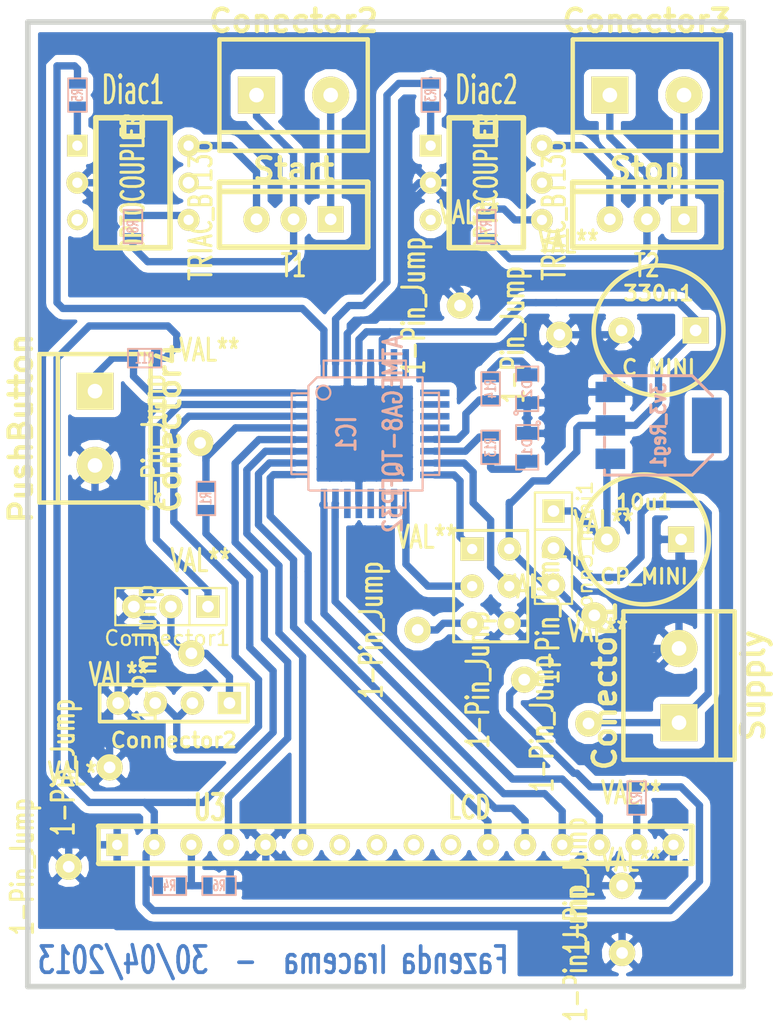
<source format=kicad_pcb>
(kicad_pcb (version 3) (host pcbnew "(2013-07-07 BZR 4022)-stable")

  (general
    (links 83)
    (no_connects 7)
    (area 21.15312 19.1516 73.6473 90.099444)
    (thickness 1.6002)
    (drawings 5)
    (tracks 378)
    (zones 0)
    (modules 42)
    (nets 36)
  )

  (page A4)
  (layers
    (15 Front signal)
    (0 Back signal)
    (16 B.Adhes user)
    (17 F.Adhes user)
    (18 B.Paste user)
    (19 F.Paste user)
    (20 B.SilkS user)
    (21 F.SilkS user)
    (22 B.Mask user)
    (23 F.Mask user)
    (24 Dwgs.User user)
    (25 Cmts.User user)
    (26 Eco1.User user)
    (27 Eco2.User user)
    (28 Edge.Cuts user)
  )

  (setup
    (last_trace_width 0.50038)
    (trace_clearance 0.254)
    (zone_clearance 0.508)
    (zone_45_only no)
    (trace_min 0.2032)
    (segment_width 0.381)
    (edge_width 0.381)
    (via_size 0.889)
    (via_drill 0.635)
    (via_min_size 0.889)
    (via_min_drill 0.508)
    (uvia_size 0.508)
    (uvia_drill 0.127)
    (uvias_allowed no)
    (uvia_min_size 0.508)
    (uvia_min_drill 0.127)
    (pcb_text_width 0.3048)
    (pcb_text_size 1.524 2.032)
    (mod_edge_width 0.381)
    (mod_text_size 1.524 1.524)
    (mod_text_width 0.3048)
    (pad_size 1.524 1.524)
    (pad_drill 0.8128)
    (pad_to_mask_clearance 0.254)
    (aux_axis_origin 0 0)
    (visible_elements FFFFFFBF)
    (pcbplotparams
      (layerselection 3178497)
      (usegerberextensions true)
      (excludeedgelayer true)
      (linewidth 0.150000)
      (plotframeref false)
      (viasonmask false)
      (mode 1)
      (useauxorigin false)
      (hpglpennumber 1)
      (hpglpenspeed 20)
      (hpglpendiameter 15)
      (hpglpenoverlay 0)
      (psnegative false)
      (psa4output false)
      (plotreference true)
      (plotvalue true)
      (plotothertext true)
      (plotinvisibletext false)
      (padsonsilk false)
      (subtractmaskfromsilk false)
      (outputformat 1)
      (mirror false)
      (drillshape 1)
      (scaleselection 1)
      (outputdirectory ""))
  )

  (net 0 "")
  (net 1 +3V3)
  (net 2 +5V)
  (net 3 /13_NO)
  (net 4 /5_L3)
  (net 5 /95_NC)
  (net 6 /A1)
  (net 7 /MISO)
  (net 8 /MOSI)
  (net 9 /PB1)
  (net 10 /PB2)
  (net 11 /PC0)
  (net 12 /PC1)
  (net 13 /PC2)
  (net 14 /PC3)
  (net 15 /PC4)
  (net 16 /PC5)
  (net 17 /PD0)
  (net 18 /PD1)
  (net 19 /PD2)
  (net 20 /PD3)
  (net 21 /PD4)
  (net 22 /RST)
  (net 23 /SCK)
  (net 24 /Vp)
  (net 25 GND1)
  (net 26 N-000001)
  (net 27 N-000002)
  (net 28 N-000003)
  (net 29 N-000007)
  (net 30 N-000016)
  (net 31 N-000021)
  (net 32 N-000023)
  (net 33 N-000025)
  (net 34 N-000042)
  (net 35 N-000043)

  (net_class Default "This is the default net class."
    (clearance 0.254)
    (trace_width 0.50038)
    (via_dia 0.889)
    (via_drill 0.635)
    (uvia_dia 0.508)
    (uvia_drill 0.127)
    (add_net "")
    (add_net +3V3)
    (add_net +5V)
    (add_net /13_NO)
    (add_net /5_L3)
    (add_net /95_NC)
    (add_net /A1)
    (add_net /MISO)
    (add_net /MOSI)
    (add_net /PB1)
    (add_net /PB2)
    (add_net /PC0)
    (add_net /PC1)
    (add_net /PC2)
    (add_net /PC3)
    (add_net /PC4)
    (add_net /PC5)
    (add_net /PD0)
    (add_net /PD1)
    (add_net /PD2)
    (add_net /PD3)
    (add_net /PD4)
    (add_net /RST)
    (add_net /SCK)
    (add_net /Vp)
    (add_net GND1)
    (add_net N-000001)
    (add_net N-000002)
    (add_net N-000003)
    (add_net N-000007)
    (add_net N-000016)
    (add_net N-000021)
    (add_net N-000023)
    (add_net N-000025)
    (add_net N-000042)
    (add_net N-000043)
  )

  (module DIP-6__300_thm (layer Front) (tedit 517F34F2) (tstamp 5179C7E2)
    (at 54.20106 31.39948 270)
    (descr "6 pins DIL package, round pads")
    (tags DIL)
    (path /5179B63E)
    (fp_text reference Diac2 (at -6.35 0 360) (layer F.SilkS)
      (effects (font (size 1.905 1.016) (thickness 0.2032)))
    )
    (fp_text value OPTOCOUPLER (at 0 0 270) (layer F.SilkS)
      (effects (font (size 1.524 0.889) (thickness 0.2032)))
    )
    (fp_line (start -4.445 -2.54) (end 4.445 -2.54) (layer F.SilkS) (width 0.381))
    (fp_line (start 4.445 -2.54) (end 4.445 2.54) (layer F.SilkS) (width 0.381))
    (fp_line (start 4.445 2.54) (end -4.445 2.54) (layer F.SilkS) (width 0.381))
    (fp_line (start -4.445 2.54) (end -4.445 -2.54) (layer F.SilkS) (width 0.381))
    (fp_line (start -4.445 -0.635) (end -3.175 -0.635) (layer F.SilkS) (width 0.381))
    (fp_line (start -3.175 -0.635) (end -3.175 0.635) (layer F.SilkS) (width 0.381))
    (fp_line (start -3.175 0.635) (end -4.445 0.635) (layer F.SilkS) (width 0.381))
    (pad 1 thru_hole rect (at -2.54 3.81 270) (size 1.50114 1.50114) (drill 0.70104)
      (layers *.Cu *.Mask F.SilkS)
      (net 34 N-000042)
    )
    (pad 2 thru_hole circle (at 0 3.81 270) (size 1.50114 1.50114) (drill 0.70104)
      (layers *.Cu *.Mask F.SilkS)
      (net 25 GND1)
    )
    (pad 3 thru_hole circle (at 2.54 3.81 270) (size 1.50114 1.50114) (drill 0.70104)
      (layers *.Cu *.Mask F.SilkS)
    )
    (pad 4 thru_hole circle (at 2.54 -3.81 270) (size 1.50114 1.50114) (drill 0.70104)
      (layers *.Cu *.Mask F.SilkS)
      (net 35 N-000043)
    )
    (pad 5 thru_hole circle (at 0 -3.81 270) (size 1.50114 1.50114) (drill 0.70104)
      (layers *.Cu *.Mask F.SilkS)
    )
    (pad 6 thru_hole circle (at -2.54 -3.81 270) (size 1.50114 1.50114) (drill 0.70104)
      (layers *.Cu *.Mask F.SilkS)
      (net 29 N-000007)
    )
    (model dil/dil_6.wrl
      (at (xyz 0 0 0))
      (scale (xyz 1 1 1))
      (rotate (xyz 0 0 0))
    )
  )

  (module bornier2 (layer Front) (tedit 517F34B9) (tstamp 5179C7E5)
    (at 27.40152 48.19904 270)
    (descr "Bornier d'alimentation 2 pins")
    (tags DEV)
    (path /5179BC56)
    (fp_text reference Conector4 (at 0 -5.08 270) (layer F.SilkS)
      (effects (font (size 1.524 1.524) (thickness 0.3048)))
    )
    (fp_text value PushButton (at 0 5.08 270) (layer F.SilkS)
      (effects (font (size 1.524 1.524) (thickness 0.3048)))
    )
    (fp_line (start 5.08 2.54) (end -5.08 2.54) (layer F.SilkS) (width 0.3048))
    (fp_line (start 5.08 3.81) (end 5.08 -3.81) (layer F.SilkS) (width 0.3048))
    (fp_line (start 5.08 -3.81) (end -5.08 -3.81) (layer F.SilkS) (width 0.3048))
    (fp_line (start -5.08 -3.81) (end -5.08 3.81) (layer F.SilkS) (width 0.3048))
    (fp_line (start -5.08 3.81) (end 5.08 3.81) (layer F.SilkS) (width 0.3048))
    (pad 1 thru_hole rect (at -2.54 0 270) (size 2.54 2.54) (drill 1.00076)
      (layers *.Cu *.Mask F.SilkS)
      (net 19 /PD2)
    )
    (pad 2 thru_hole circle (at 2.54 0 270) (size 2.54 2.54) (drill 1.00076)
      (layers *.Cu *.Mask F.SilkS)
      (net 25 GND1)
    )
    (model device/bornier_2.wrl
      (at (xyz 0 0 0))
      (scale (xyz 1 1 1))
      (rotate (xyz 0 0 0))
    )
  )

  (module C2V8_thm (layer Front) (tedit 517F349B) (tstamp 517EE0A0)
    (at 65.99936 41.50106 180)
    (descr "Condensateur polarise")
    (tags CP)
    (path /517EDFEC)
    (fp_text reference 330n1 (at 0 2.54 180) (layer F.SilkS)
      (effects (font (size 1.016 1.016) (thickness 0.2032)))
    )
    (fp_text value C_MINI (at 0 -2.54 180) (layer F.SilkS)
      (effects (font (size 1.016 1.016) (thickness 0.2032)))
    )
    (fp_circle (center 0 0) (end -4.445 0) (layer F.SilkS) (width 0.3048))
    (pad 1 thru_hole rect (at -2.54 0 180) (size 1.80086 1.80086) (drill 0.8001)
      (layers *.Cu *.Mask F.SilkS)
      (net 1 +3V3)
    )
    (pad 2 thru_hole circle (at 2.54 0 180) (size 1.80086 1.80086) (drill 0.8001)
      (layers *.Cu *.Mask F.SilkS)
      (net 25 GND1)
    )
    (model discret/c_vert_c2v10.wrl
      (at (xyz 0 0 0))
      (scale (xyz 1 1 1))
      (rotate (xyz 0 0 0))
    )
  )

  (module bornier2 (layer Front) (tedit 517F3466) (tstamp 5179C7E9)
    (at 41.00322 25.4)
    (descr "Bornier d'alimentation 2 pins")
    (tags DEV)
    (path /5179BC33)
    (fp_text reference Conector2 (at 0 -5.08) (layer F.SilkS)
      (effects (font (size 1.524 1.524) (thickness 0.3048)))
    )
    (fp_text value Start (at 0 5.08) (layer F.SilkS)
      (effects (font (size 1.524 1.524) (thickness 0.3048)))
    )
    (fp_line (start 5.08 2.54) (end -5.08 2.54) (layer F.SilkS) (width 0.3048))
    (fp_line (start 5.08 3.81) (end 5.08 -3.81) (layer F.SilkS) (width 0.3048))
    (fp_line (start 5.08 -3.81) (end -5.08 -3.81) (layer F.SilkS) (width 0.3048))
    (fp_line (start -5.08 -3.81) (end -5.08 3.81) (layer F.SilkS) (width 0.3048))
    (fp_line (start -5.08 3.81) (end 5.08 3.81) (layer F.SilkS) (width 0.3048))
    (pad 1 thru_hole rect (at -2.54 0) (size 2.54 2.54) (drill 1.00076)
      (layers *.Cu *.Mask F.SilkS)
      (net 6 /A1)
    )
    (pad 2 thru_hole circle (at 2.54 0) (size 2.54 2.54) (drill 1.00076)
      (layers *.Cu *.Mask F.SilkS)
      (net 3 /13_NO)
    )
    (model device/bornier_2.wrl
      (at (xyz 0 0 0))
      (scale (xyz 1 1 1))
      (rotate (xyz 0 0 0))
    )
  )

  (module bornier2 (layer Front) (tedit 517F3457) (tstamp 5179C7E7)
    (at 65.2018 25.4)
    (descr "Bornier d'alimentation 2 pins")
    (tags DEV)
    (path /5179BC29)
    (fp_text reference Conector3 (at 0 -5.08) (layer F.SilkS)
      (effects (font (size 1.524 1.524) (thickness 0.3048)))
    )
    (fp_text value Stop (at 0 5.08) (layer F.SilkS)
      (effects (font (size 1.524 1.524) (thickness 0.3048)))
    )
    (fp_line (start 5.08 2.54) (end -5.08 2.54) (layer F.SilkS) (width 0.3048))
    (fp_line (start 5.08 3.81) (end 5.08 -3.81) (layer F.SilkS) (width 0.3048))
    (fp_line (start 5.08 -3.81) (end -5.08 -3.81) (layer F.SilkS) (width 0.3048))
    (fp_line (start -5.08 -3.81) (end -5.08 3.81) (layer F.SilkS) (width 0.3048))
    (fp_line (start -5.08 3.81) (end 5.08 3.81) (layer F.SilkS) (width 0.3048))
    (pad 1 thru_hole rect (at -2.54 0) (size 2.54 2.54) (drill 1.00076)
      (layers *.Cu *.Mask F.SilkS)
      (net 4 /5_L3)
    )
    (pad 2 thru_hole circle (at 2.54 0) (size 2.54 2.54) (drill 1.00076)
      (layers *.Cu *.Mask F.SilkS)
      (net 5 /95_NC)
    )
    (model device/bornier_2.wrl
      (at (xyz 0 0 0))
      (scale (xyz 1 1 1))
      (rotate (xyz 0 0 0))
    )
  )

  (module TO-220 (layer Front) (tedit 517F342C) (tstamp 517DDCCA)
    (at 65.2018 33.89884 90)
    (descr "Regulateur TO220 serie LM78xx")
    (tags "TR TO220")
    (path /5179B63A)
    (fp_text reference T2 (at -3.175 0 180) (layer F.SilkS)
      (effects (font (size 1.524 1.016) (thickness 0.2032)))
    )
    (fp_text value TRIAC_BT136 (at 0.635 -6.35 90) (layer F.SilkS)
      (effects (font (size 1.524 1.016) (thickness 0.2032)))
    )
    (fp_line (start 1.905 -5.08) (end 2.54 -5.08) (layer F.SilkS) (width 0.381))
    (fp_line (start 2.54 -5.08) (end 2.54 5.08) (layer F.SilkS) (width 0.381))
    (fp_line (start 2.54 5.08) (end 1.905 5.08) (layer F.SilkS) (width 0.381))
    (fp_line (start -1.905 -5.08) (end 1.905 -5.08) (layer F.SilkS) (width 0.381))
    (fp_line (start 1.905 -5.08) (end 1.905 5.08) (layer F.SilkS) (width 0.381))
    (fp_line (start 1.905 5.08) (end -1.905 5.08) (layer F.SilkS) (width 0.381))
    (fp_line (start -1.905 5.08) (end -1.905 -5.08) (layer F.SilkS) (width 0.381))
    (pad 2 thru_hole circle (at 0 0 90) (size 1.80086 1.80086) (drill 0.8001)
      (layers *.Cu *.Mask F.SilkS)
      (net 4 /5_L3)
    )
    (pad 3 thru_hole circle (at 0 -2.54 90) (size 1.80086 1.80086) (drill 0.8001)
      (layers *.Cu *.Mask F.SilkS)
      (net 29 N-000007)
    )
    (pad 1 thru_hole rect (at 0 2.54 90) (size 1.80086 1.778) (drill 0.8001)
      (layers *.Cu *.Mask F.SilkS)
      (net 5 /95_NC)
    )
  )

  (module DIP-6__300 (layer Front) (tedit 517F340A) (tstamp 5179C7E4)
    (at 30.00248 31.39948 270)
    (descr "6 pins DIL package, round pads")
    (tags DIL)
    (path /50C792BB)
    (fp_text reference Diac1 (at -6.35 0 360) (layer F.SilkS)
      (effects (font (size 1.905 1.016) (thickness 0.2032)))
    )
    (fp_text value OPTOCOUPLER (at 0 0 270) (layer F.SilkS)
      (effects (font (size 1.524 0.889) (thickness 0.2032)))
    )
    (fp_line (start -4.445 -2.54) (end 4.445 -2.54) (layer F.SilkS) (width 0.381))
    (fp_line (start 4.445 -2.54) (end 4.445 2.54) (layer F.SilkS) (width 0.381))
    (fp_line (start 4.445 2.54) (end -4.445 2.54) (layer F.SilkS) (width 0.381))
    (fp_line (start -4.445 2.54) (end -4.445 -2.54) (layer F.SilkS) (width 0.381))
    (fp_line (start -4.445 -0.635) (end -3.175 -0.635) (layer F.SilkS) (width 0.381))
    (fp_line (start -3.175 -0.635) (end -3.175 0.635) (layer F.SilkS) (width 0.381))
    (fp_line (start -3.175 0.635) (end -4.445 0.635) (layer F.SilkS) (width 0.381))
    (pad 1 thru_hole rect (at -2.54 3.81 270) (size 1.50114 1.397) (drill 0.70104)
      (layers *.Cu *.Mask F.SilkS)
      (net 33 N-000025)
    )
    (pad 2 thru_hole circle (at 0 3.81 270) (size 1.50114 1.50114) (drill 0.70104)
      (layers *.Cu *.Mask F.SilkS)
      (net 25 GND1)
    )
    (pad 3 thru_hole circle (at 2.54 3.81 270) (size 1.397 1.397) (drill 0.8128)
      (layers *.Cu *.Mask F.SilkS)
    )
    (pad 4 thru_hole circle (at 2.54 -3.81 270) (size 1.50114 1.50114) (drill 0.70104)
      (layers *.Cu *.Mask F.SilkS)
      (net 32 N-000023)
    )
    (pad 5 thru_hole circle (at 0 -3.81 270) (size 1.397 1.397) (drill 0.8128)
      (layers *.Cu *.Mask F.SilkS)
    )
    (pad 6 thru_hole circle (at -2.54 -3.81 270) (size 1.50114 1.50114) (drill 0.70104)
      (layers *.Cu *.Mask F.SilkS)
      (net 31 N-000021)
    )
    (model dil/dil_6.wrl
      (at (xyz 0 0 0))
      (scale (xyz 1 1 1))
      (rotate (xyz 0 0 0))
    )
  )

  (module SIL-16_thma (layer Front) (tedit 517F339A) (tstamp 5179C7DE)
    (at 46.70044 76.70038)
    (descr "Connector 16 Pins - LCD")
    (tags "Connector Dev")
    (path /5120D10C)
    (fp_text reference U3 (at -11.43 -2.54) (layer F.SilkS)
      (effects (font (size 1.72974 1.08712) (thickness 0.27178)))
    )
    (fp_text value LCD (at 6.35 -2.54) (layer F.SilkS)
      (effects (font (size 1.524 1.016) (thickness 0.254)))
    )
    (fp_line (start -19.05 1.27) (end 21.59 1.27) (layer F.SilkS) (width 0.381))
    (fp_line (start 21.59 1.27) (end 21.59 -1.27) (layer F.SilkS) (width 0.381))
    (fp_line (start 21.59 -1.27) (end -19.05 -1.27) (layer F.SilkS) (width 0.381))
    (fp_line (start -19.05 1.27) (end -19.05 -1.27) (layer F.SilkS) (width 0.3048))
    (pad 1 thru_hole rect (at -17.78 0) (size 1.50114 1.50114) (drill 0.70104)
      (layers *.Cu *.Mask F.SilkS)
      (net 25 GND1)
    )
    (pad 2 thru_hole circle (at -15.24 0) (size 1.50114 1.50114) (drill 0.70104)
      (layers *.Cu *.Mask F.SilkS)
      (net 1 +3V3)
    )
    (pad 3 thru_hole circle (at -12.7 0) (size 1.50114 1.50114) (drill 0.70104)
      (layers *.Cu *.Mask F.SilkS)
      (net 30 N-000016)
    )
    (pad 4 thru_hole circle (at -10.16 0) (size 1.50114 1.50114) (drill 0.70104)
      (layers *.Cu *.Mask F.SilkS)
      (net 16 /PC5)
    )
    (pad 5 thru_hole circle (at -7.62 0) (size 1.50114 1.50114) (drill 0.70104)
      (layers *.Cu *.Mask F.SilkS)
      (net 25 GND1)
    )
    (pad 6 thru_hole circle (at -5.08 0) (size 1.50114 1.50114) (drill 0.70104)
      (layers *.Cu *.Mask F.SilkS)
      (net 15 /PC4)
    )
    (pad 7 thru_hole circle (at -2.54 0) (size 1.397 1.397) (drill 0.8128)
      (layers *.Cu *.Mask F.SilkS)
    )
    (pad 8 thru_hole circle (at 0 0) (size 1.397 1.397) (drill 0.8128)
      (layers *.Cu *.Mask F.SilkS)
    )
    (pad 9 thru_hole circle (at 2.54 0) (size 1.397 1.397) (drill 0.8128)
      (layers *.Cu *.Mask F.SilkS)
    )
    (pad 10 thru_hole circle (at 5.08 0) (size 1.397 1.397) (drill 0.8128)
      (layers *.Cu *.Mask F.SilkS)
    )
    (pad 11 thru_hole circle (at 7.62 0) (size 1.50114 1.50114) (drill 0.70104)
      (layers *.Cu *.Mask F.SilkS)
      (net 14 /PC3)
    )
    (pad 12 thru_hole circle (at 10.16 0) (size 1.50114 1.50114) (drill 0.70104)
      (layers *.Cu *.Mask F.SilkS)
      (net 13 /PC2)
    )
    (pad 13 thru_hole circle (at 12.7 0) (size 1.50114 1.50114) (drill 0.70104)
      (layers *.Cu *.Mask F.SilkS)
      (net 12 /PC1)
    )
    (pad 14 thru_hole circle (at 15.24 0) (size 1.50114 1.50114) (drill 0.70104)
      (layers *.Cu *.Mask F.SilkS)
      (net 11 /PC0)
    )
    (pad 15 thru_hole circle (at 17.78 0) (size 1.50114 1.50114) (drill 0.70104)
      (layers *.Cu *.Mask F.SilkS)
      (net 27 N-000002)
    )
    (pad 16 thru_hole circle (at 20.32 0) (size 1.50114 1.50114) (drill 0.70104)
      (layers *.Cu *.Mask F.SilkS)
      (net 25 GND1)
    )
  )

  (module TO-220 (layer Front) (tedit 517F331A) (tstamp 5179C7C5)
    (at 41.00322 33.89884 90)
    (descr "Regulateur TO220 serie LM78xx")
    (tags "TR TO220")
    (path /50C79625)
    (fp_text reference T1 (at -3.175 0 180) (layer F.SilkS)
      (effects (font (size 1.524 1.016) (thickness 0.2032)))
    )
    (fp_text value TRIAC_BT136 (at 0.635 -6.35 90) (layer F.SilkS)
      (effects (font (size 1.524 1.016) (thickness 0.2032)))
    )
    (fp_line (start 1.905 -5.08) (end 2.54 -5.08) (layer F.SilkS) (width 0.381))
    (fp_line (start 2.54 -5.08) (end 2.54 5.08) (layer F.SilkS) (width 0.381))
    (fp_line (start 2.54 5.08) (end 1.905 5.08) (layer F.SilkS) (width 0.381))
    (fp_line (start -1.905 -5.08) (end 1.905 -5.08) (layer F.SilkS) (width 0.381))
    (fp_line (start 1.905 -5.08) (end 1.905 5.08) (layer F.SilkS) (width 0.381))
    (fp_line (start 1.905 5.08) (end -1.905 5.08) (layer F.SilkS) (width 0.381))
    (fp_line (start -1.905 5.08) (end -1.905 -5.08) (layer F.SilkS) (width 0.381))
    (pad 2 thru_hole circle (at 0 0 90) (size 1.80086 1.80086) (drill 0.8001)
      (layers *.Cu *.Mask F.SilkS)
      (net 6 /A1)
    )
    (pad 3 thru_hole circle (at 0 -2.54 90) (size 1.80086 1.80086) (drill 0.8001)
      (layers *.Cu *.Mask F.SilkS)
      (net 31 N-000021)
    )
    (pad 1 thru_hole rect (at 0 2.54 90) (size 1.80086 1.778) (drill 0.8001)
      (layers *.Cu *.Mask F.SilkS)
      (net 3 /13_NO)
    )
  )

  (module C2V8 (layer Front) (tedit 517F32F7) (tstamp 517F0E94)
    (at 65.00114 55.80126 180)
    (descr "Condensateur polarise")
    (tags CP)
    (path /517EDFCD)
    (fp_text reference 10u1 (at 0 2.54 180) (layer F.SilkS)
      (effects (font (size 1.016 1.016) (thickness 0.2032)))
    )
    (fp_text value CP_MINI (at 0 -2.54 180) (layer F.SilkS)
      (effects (font (size 1.016 1.016) (thickness 0.2032)))
    )
    (fp_circle (center 0 0) (end -4.445 0) (layer F.SilkS) (width 0.3048))
    (pad 1 thru_hole rect (at -2.54 0 180) (size 1.778 1.778) (drill 0.8001)
      (layers *.Cu *.Mask F.SilkS)
      (net 25 GND1)
    )
    (pad 2 thru_hole circle (at 2.54 0 180) (size 1.778 1.778) (drill 0.8001)
      (layers *.Cu *.Mask F.SilkS)
      (net 2 +5V)
    )
    (model discret/c_vert_c2v10.wrl
      (at (xyz 0 0 0))
      (scale (xyz 1 1 1))
      (rotate (xyz 0 0 0))
    )
  )

  (module bornier2 (layer Front) (tedit 517F32E6) (tstamp 5179C7EB)
    (at 67.3989 65.80124 90)
    (descr "Bornier d'alimentation 2 pins")
    (tags DEV)
    (path /50C79D98)
    (fp_text reference Conector1 (at 0 -5.08 90) (layer F.SilkS)
      (effects (font (size 1.524 1.524) (thickness 0.3048)))
    )
    (fp_text value Supply (at 0 5.08 90) (layer F.SilkS)
      (effects (font (size 1.524 1.524) (thickness 0.3048)))
    )
    (fp_line (start 5.08 2.54) (end -5.08 2.54) (layer F.SilkS) (width 0.3048))
    (fp_line (start 5.08 3.81) (end 5.08 -3.81) (layer F.SilkS) (width 0.3048))
    (fp_line (start 5.08 -3.81) (end -5.08 -3.81) (layer F.SilkS) (width 0.3048))
    (fp_line (start -5.08 -3.81) (end -5.08 3.81) (layer F.SilkS) (width 0.3048))
    (fp_line (start -5.08 3.81) (end 5.08 3.81) (layer F.SilkS) (width 0.3048))
    (pad 1 thru_hole rect (at -2.54 0 90) (size 2.54 2.54) (drill 1.00076)
      (layers *.Cu *.Mask F.SilkS)
      (net 24 /Vp)
    )
    (pad 2 thru_hole circle (at 2.54 0 90) (size 2.54 2.54) (drill 1.00076)
      (layers *.Cu *.Mask F.SilkS)
      (net 25 GND1)
    )
    (model device/bornier_2.wrl
      (at (xyz 0 0 0))
      (scale (xyz 1 1 1))
      (rotate (xyz 0 0 0))
    )
  )

  (module PIN_ARRAY_4x1 (layer Front) (tedit 517F270C) (tstamp 5179C7DF)
    (at 32.79902 67.00012 180)
    (descr "Double rangee de contacts 2 x 5 pins")
    (tags CONN)
    (path /5179C431)
    (fp_text reference Connector2 (at 0 -2.54 180) (layer F.SilkS)
      (effects (font (size 1.016 1.016) (thickness 0.2032)))
    )
    (fp_text value RX_CONN (at 0 2.54 180) (layer F.SilkS) hide
      (effects (font (size 1.016 1.016) (thickness 0.2032)))
    )
    (fp_line (start 5.08 1.27) (end -5.08 1.27) (layer F.SilkS) (width 0.254))
    (fp_line (start 5.08 -1.27) (end -5.08 -1.27) (layer F.SilkS) (width 0.254))
    (fp_line (start -5.08 -1.27) (end -5.08 1.27) (layer F.SilkS) (width 0.254))
    (fp_line (start 5.08 1.27) (end 5.08 -1.27) (layer F.SilkS) (width 0.254))
    (pad 1 thru_hole rect (at -3.81 0 180) (size 1.6002 1.524) (drill 0.8001)
      (layers *.Cu *.Mask F.SilkS)
      (net 24 /Vp)
    )
    (pad 2 thru_hole circle (at -1.27 0 180) (size 1.6002 1.6002) (drill 0.8001)
      (layers *.Cu *.Mask F.SilkS)
      (net 17 /PD0)
    )
    (pad 3 thru_hole circle (at 1.27 0 180) (size 1.6002 1.6002) (drill 0.8001)
      (layers *.Cu *.Mask F.SilkS)
      (net 17 /PD0)
    )
    (pad 4 thru_hole circle (at 3.81 0 180) (size 1.6002 1.6002) (drill 0.8001)
      (layers *.Cu *.Mask F.SilkS)
      (net 25 GND1)
    )
    (model pin_array\pins_array_4x1.wrl
      (at (xyz 0 0 0))
      (scale (xyz 1 1 1))
      (rotate (xyz 0 0 0))
    )
  )

  (module PIN_ARRAY_3X1 (layer Front) (tedit 517F26E0) (tstamp 5179C7E1)
    (at 32.6009 60.4012 180)
    (descr "Connecteur 3 pins")
    (tags "CONN DEV")
    (path /5179C438)
    (fp_text reference Connector1 (at 0.254 -2.159 180) (layer F.SilkS)
      (effects (font (size 1.016 1.016) (thickness 0.1524)))
    )
    (fp_text value TX_CONN (at 0 -2.159 180) (layer F.SilkS) hide
      (effects (font (size 1.016 1.016) (thickness 0.1524)))
    )
    (fp_line (start -3.81 1.27) (end -3.81 -1.27) (layer F.SilkS) (width 0.1524))
    (fp_line (start -3.81 -1.27) (end 3.81 -1.27) (layer F.SilkS) (width 0.1524))
    (fp_line (start 3.81 -1.27) (end 3.81 1.27) (layer F.SilkS) (width 0.1524))
    (fp_line (start 3.81 1.27) (end -3.81 1.27) (layer F.SilkS) (width 0.1524))
    (fp_line (start -1.27 -1.27) (end -1.27 1.27) (layer F.SilkS) (width 0.1524))
    (pad 1 thru_hole rect (at -2.54 0 180) (size 1.6002 1.524) (drill 0.8001)
      (layers *.Cu *.Mask F.SilkS)
      (net 18 /PD1)
    )
    (pad 2 thru_hole circle (at 0 0 180) (size 1.6002 1.6002) (drill 0.8001)
      (layers *.Cu *.Mask F.SilkS)
      (net 24 /Vp)
    )
    (pad 3 thru_hole circle (at 2.54 0 180) (size 1.6002 1.6002) (drill 0.8001)
      (layers *.Cu *.Mask F.SilkS)
      (net 25 GND1)
    )
    (model pin_array/pins_array_3x1.wrl
      (at (xyz 0 0 0))
      (scale (xyz 1 1 1))
      (rotate (xyz 0 0 0))
    )
  )

  (module PIN_ARRAY_3X1 (layer Front) (tedit 517F26A6) (tstamp 517F0EA8)
    (at 58.801 56.4007 270)
    (descr "Connecteur 3 pins")
    (tags "CONN DEV")
    (path /517F0B5C)
    (fp_text reference Conn3_mini1 (at 0.254 -2.159 270) (layer F.SilkS)
      (effects (font (size 1.016 1.016) (thickness 0.1524)))
    )
    (fp_text value CONN3_MINI (at 0 -2.159 270) (layer F.SilkS) hide
      (effects (font (size 1.016 1.016) (thickness 0.1524)))
    )
    (fp_line (start -3.81 1.27) (end -3.81 -1.27) (layer F.SilkS) (width 0.1524))
    (fp_line (start -3.81 -1.27) (end 3.81 -1.27) (layer F.SilkS) (width 0.1524))
    (fp_line (start 3.81 -1.27) (end 3.81 1.27) (layer F.SilkS) (width 0.1524))
    (fp_line (start 3.81 1.27) (end -3.81 1.27) (layer F.SilkS) (width 0.1524))
    (fp_line (start -1.27 -1.27) (end -1.27 1.27) (layer F.SilkS) (width 0.1524))
    (pad 1 thru_hole rect (at -2.54 0 270) (size 1.6002 1.524) (drill 0.8001)
      (layers *.Cu *.Mask F.SilkS)
      (net 2 +5V)
    )
    (pad 2 thru_hole circle (at 0 0 270) (size 1.6002 1.6002) (drill 0.8001)
      (layers *.Cu *.Mask F.SilkS)
      (net 24 /Vp)
    )
    (pad 3 thru_hole circle (at 2.54 0 270) (size 1.6002 1.6002) (drill 0.8001)
      (layers *.Cu *.Mask F.SilkS)
      (net 1 +3V3)
    )
    (model pin_array/pins_array_3x1.wrl
      (at (xyz 0 0 0))
      (scale (xyz 1 1 1))
      (rotate (xyz 0 0 0))
    )
  )

  (module TQFP32   placed (layer Back) (tedit 43A670DA) (tstamp 517A5D44)
    (at 45.90288 48.59782 270)
    (path /50C79927)
    (fp_text reference IC1 (at 0 1.27 270) (layer B.SilkS)
      (effects (font (size 1.27 1.016) (thickness 0.2032)) (justify mirror))
    )
    (fp_text value ATMEGA8-TQFP32 (at 0 -1.905 270) (layer B.SilkS)
      (effects (font (size 1.27 1.016) (thickness 0.2032)) (justify mirror))
    )
    (fp_line (start 5.0292 -2.7686) (end 3.8862 -2.7686) (layer B.SilkS) (width 0.1524))
    (fp_line (start 5.0292 2.7686) (end 3.9116 2.7686) (layer B.SilkS) (width 0.1524))
    (fp_line (start 5.0292 -2.7686) (end 5.0292 2.7686) (layer B.SilkS) (width 0.1524))
    (fp_line (start 2.794 -3.9624) (end 2.794 -5.0546) (layer B.SilkS) (width 0.1524))
    (fp_line (start -2.8194 -3.9878) (end -2.8194 -5.0546) (layer B.SilkS) (width 0.1524))
    (fp_line (start -2.8448 -5.0546) (end 2.794 -5.08) (layer B.SilkS) (width 0.1524))
    (fp_line (start -2.794 5.0292) (end 2.7178 5.0546) (layer B.SilkS) (width 0.1524))
    (fp_line (start -3.8862 3.2766) (end -3.8862 -3.9116) (layer B.SilkS) (width 0.1524))
    (fp_line (start 2.7432 5.0292) (end 2.7432 3.9878) (layer B.SilkS) (width 0.1524))
    (fp_line (start -3.2512 3.8862) (end 3.81 3.8862) (layer B.SilkS) (width 0.1524))
    (fp_line (start 3.8608 -3.937) (end 3.8608 3.7846) (layer B.SilkS) (width 0.1524))
    (fp_line (start -3.8862 -3.937) (end 3.7338 -3.937) (layer B.SilkS) (width 0.1524))
    (fp_line (start -5.0292 2.8448) (end -5.0292 -2.794) (layer B.SilkS) (width 0.1524))
    (fp_line (start -5.0292 -2.794) (end -3.8862 -2.794) (layer B.SilkS) (width 0.1524))
    (fp_line (start -3.87604 3.302) (end -3.29184 3.8862) (layer B.SilkS) (width 0.1524))
    (fp_line (start -5.02412 2.8448) (end -3.87604 2.8448) (layer B.SilkS) (width 0.1524))
    (fp_line (start -2.794 3.8862) (end -2.794 5.03428) (layer B.SilkS) (width 0.1524))
    (fp_circle (center -2.83972 2.86004) (end -2.43332 2.60604) (layer B.SilkS) (width 0.1524))
    (pad 8 smd rect (at -4.81584 -2.77622 270) (size 1.99898 0.44958)
      (layers Back B.Paste B.Mask)
    )
    (pad 7 smd rect (at -4.81584 -1.97612 270) (size 1.99898 0.44958)
      (layers Back B.Paste B.Mask)
    )
    (pad 6 smd rect (at -4.81584 -1.17602 270) (size 1.99898 0.44958)
      (layers Back B.Paste B.Mask)
      (net 1 +3V3)
    )
    (pad 5 smd rect (at -4.81584 -0.37592 270) (size 1.99898 0.44958)
      (layers Back B.Paste B.Mask)
      (net 25 GND1)
    )
    (pad 4 smd rect (at -4.81584 0.42418 270) (size 1.99898 0.44958)
      (layers Back B.Paste B.Mask)
      (net 1 +3V3)
    )
    (pad 3 smd rect (at -4.81584 1.22428 270) (size 1.99898 0.44958)
      (layers Back B.Paste B.Mask)
      (net 25 GND1)
    )
    (pad 2 smd rect (at -4.81584 2.02438 270) (size 1.99898 0.44958)
      (layers Back B.Paste B.Mask)
      (net 21 /PD4)
    )
    (pad 1 smd rect (at -4.81584 2.82448 270) (size 1.99898 0.44958)
      (layers Back B.Paste B.Mask)
      (net 20 /PD3)
    )
    (pad 24 smd rect (at 4.7498 2.8194 270) (size 1.99898 0.44958)
      (layers Back B.Paste B.Mask)
      (net 12 /PC1)
    )
    (pad 17 smd rect (at 4.7498 -2.794 270) (size 1.99898 0.44958)
      (layers Back B.Paste B.Mask)
      (net 23 /SCK)
    )
    (pad 18 smd rect (at 4.7498 -1.9812 270) (size 1.99898 0.44958)
      (layers Back B.Paste B.Mask)
      (net 1 +3V3)
    )
    (pad 19 smd rect (at 4.7498 -1.1684 270) (size 1.99898 0.44958)
      (layers Back B.Paste B.Mask)
    )
    (pad 20 smd rect (at 4.7498 -0.381 270) (size 1.99898 0.44958)
      (layers Back B.Paste B.Mask)
    )
    (pad 21 smd rect (at 4.7498 0.4318 270) (size 1.99898 0.44958)
      (layers Back B.Paste B.Mask)
      (net 25 GND1)
    )
    (pad 22 smd rect (at 4.7498 1.2192 270) (size 1.99898 0.44958)
      (layers Back B.Paste B.Mask)
    )
    (pad 23 smd rect (at 4.7498 2.032 270) (size 1.99898 0.44958)
      (layers Back B.Paste B.Mask)
      (net 11 /PC0)
    )
    (pad 32 smd rect (at -2.82448 4.826 270) (size 0.44958 1.99898)
      (layers Back B.Paste B.Mask)
      (net 19 /PD2)
    )
    (pad 31 smd rect (at -2.02692 4.826 270) (size 0.44958 1.99898)
      (layers Back B.Paste B.Mask)
      (net 18 /PD1)
    )
    (pad 30 smd rect (at -1.22428 4.826 270) (size 0.44958 1.99898)
      (layers Back B.Paste B.Mask)
      (net 17 /PD0)
    )
    (pad 29 smd rect (at -0.42672 4.826 270) (size 0.44958 1.99898)
      (layers Back B.Paste B.Mask)
      (net 22 /RST)
    )
    (pad 28 smd rect (at 0.37592 4.826 270) (size 0.44958 1.99898)
      (layers Back B.Paste B.Mask)
      (net 16 /PC5)
    )
    (pad 27 smd rect (at 1.17348 4.826 270) (size 0.44958 1.99898)
      (layers Back B.Paste B.Mask)
      (net 15 /PC4)
    )
    (pad 26 smd rect (at 1.97612 4.826 270) (size 0.44958 1.99898)
      (layers Back B.Paste B.Mask)
      (net 14 /PC3)
    )
    (pad 25 smd rect (at 2.77368 4.826 270) (size 0.44958 1.99898)
      (layers Back B.Paste B.Mask)
      (net 13 /PC2)
    )
    (pad 9 smd rect (at -2.8194 -4.7752 270) (size 0.44958 1.99898)
      (layers Back B.Paste B.Mask)
    )
    (pad 10 smd rect (at -2.032 -4.7752 270) (size 0.44958 1.99898)
      (layers Back B.Paste B.Mask)
    )
    (pad 11 smd rect (at -1.2192 -4.7752 270) (size 0.44958 1.99898)
      (layers Back B.Paste B.Mask)
    )
    (pad 12 smd rect (at -0.4318 -4.7752 270) (size 0.44958 1.99898)
      (layers Back B.Paste B.Mask)
    )
    (pad 13 smd rect (at 0.3556 -4.7752 270) (size 0.44958 1.99898)
      (layers Back B.Paste B.Mask)
      (net 9 /PB1)
    )
    (pad 14 smd rect (at 1.1684 -4.7752 270) (size 0.44958 1.99898)
      (layers Back B.Paste B.Mask)
      (net 10 /PB2)
    )
    (pad 15 smd rect (at 1.9812 -4.7752 270) (size 0.44958 1.99898)
      (layers Back B.Paste B.Mask)
      (net 8 /MOSI)
    )
    (pad 16 smd rect (at 2.794 -4.7752 270) (size 0.44958 1.99898)
      (layers Back B.Paste B.Mask)
      (net 7 /MISO)
    )
    (model smd/tqfp32.wrl
      (at (xyz 0 0 0))
      (scale (xyz 1 1 1))
      (rotate (xyz 0 0 0))
    )
  )

  (module SM0805   placed (layer Back) (tedit 42806E04) (tstamp 5179C7C6)
    (at 57.00014 49.49952 270)
    (path /50C79B11)
    (attr smd)
    (fp_text reference D1 (at 0 0 270) (layer B.SilkS)
      (effects (font (size 0.635 0.635) (thickness 0.127)) (justify mirror))
    )
    (fp_text value D_LED (at 0 0 270) (layer B.SilkS) hide
      (effects (font (size 0.635 0.635) (thickness 0.127)) (justify mirror))
    )
    (fp_circle (center -1.651 -0.762) (end -1.651 -0.635) (layer B.SilkS) (width 0.127))
    (fp_line (start -0.508 -0.762) (end -1.524 -0.762) (layer B.SilkS) (width 0.127))
    (fp_line (start -1.524 -0.762) (end -1.524 0.762) (layer B.SilkS) (width 0.127))
    (fp_line (start -1.524 0.762) (end -0.508 0.762) (layer B.SilkS) (width 0.127))
    (fp_line (start 0.508 0.762) (end 1.524 0.762) (layer B.SilkS) (width 0.127))
    (fp_line (start 1.524 0.762) (end 1.524 -0.762) (layer B.SilkS) (width 0.127))
    (fp_line (start 1.524 -0.762) (end 0.508 -0.762) (layer B.SilkS) (width 0.127))
    (pad 1 smd rect (at -0.9525 0 270) (size 0.889 1.397)
      (layers Back B.Paste B.Mask)
      (net 25 GND1)
    )
    (pad 2 smd rect (at 0.9525 0 270) (size 0.889 1.397)
      (layers Back B.Paste B.Mask)
      (net 28 N-000003)
    )
    (model smd/chip_cms.wrl
      (at (xyz 0 0 0))
      (scale (xyz 0.1 0.1 0.1))
      (rotate (xyz 0 0 0))
    )
  )

  (module SM0805   placed (layer Back) (tedit 42806E04) (tstamp 5179C7C8)
    (at 56.9976 45.49902 90)
    (path /50C79C86)
    (attr smd)
    (fp_text reference D2 (at 0 0 90) (layer B.SilkS)
      (effects (font (size 0.635 0.635) (thickness 0.127)) (justify mirror))
    )
    (fp_text value D_LED (at 0 0 90) (layer B.SilkS) hide
      (effects (font (size 0.635 0.635) (thickness 0.127)) (justify mirror))
    )
    (fp_circle (center -1.651 -0.762) (end -1.651 -0.635) (layer B.SilkS) (width 0.127))
    (fp_line (start -0.508 -0.762) (end -1.524 -0.762) (layer B.SilkS) (width 0.127))
    (fp_line (start -1.524 -0.762) (end -1.524 0.762) (layer B.SilkS) (width 0.127))
    (fp_line (start -1.524 0.762) (end -0.508 0.762) (layer B.SilkS) (width 0.127))
    (fp_line (start 0.508 0.762) (end 1.524 0.762) (layer B.SilkS) (width 0.127))
    (fp_line (start 1.524 0.762) (end 1.524 -0.762) (layer B.SilkS) (width 0.127))
    (fp_line (start 1.524 -0.762) (end 0.508 -0.762) (layer B.SilkS) (width 0.127))
    (pad 1 smd rect (at -0.9525 0 90) (size 0.889 1.397)
      (layers Back B.Paste B.Mask)
      (net 25 GND1)
    )
    (pad 2 smd rect (at 0.9525 0 90) (size 0.889 1.397)
      (layers Back B.Paste B.Mask)
      (net 26 N-000001)
    )
    (model smd/chip_cms.wrl
      (at (xyz 0 0 0))
      (scale (xyz 0.1 0.1 0.1))
      (rotate (xyz 0 0 0))
    )
  )

  (module SM0603_Resistor   placed (layer Back) (tedit 455C3716) (tstamp 517DDCD0)
    (at 30.00248 34.39922 90)
    (path /50C792BD)
    (attr smd)
    (fp_text reference R8 (at 0 0 90) (layer B.SilkS)
      (effects (font (size 0.7112 0.4572) (thickness 0.1143)) (justify mirror))
    )
    (fp_text value 1k (at 0 0 90) (layer B.SilkS) hide
      (effects (font (size 0.7112 0.4572) (thickness 0.1143)) (justify mirror))
    )
    (fp_line (start -1.143 0.635) (end 1.143 0.635) (layer B.SilkS) (width 0.127))
    (fp_line (start 1.143 0.635) (end 1.143 -0.635) (layer B.SilkS) (width 0.127))
    (fp_line (start 1.143 -0.635) (end -1.143 -0.635) (layer B.SilkS) (width 0.127))
    (fp_line (start -1.143 -0.635) (end -1.143 0.635) (layer B.SilkS) (width 0.127))
    (pad 1 smd rect (at -0.762 0 90) (size 0.635 1.143)
      (layers Back B.Paste B.Mask)
      (net 6 /A1)
    )
    (pad 2 smd rect (at 0.762 0 90) (size 0.635 1.143)
      (layers Back B.Paste B.Mask)
      (net 32 N-000023)
    )
    (model smd\resistors\R0603.wrl
      (at (xyz 0 0 0.001))
      (scale (xyz 0.5 0.5 0.5))
      (rotate (xyz 0 0 0))
    )
  )

  (module SM0603_Resistor   placed (layer Back) (tedit 455C3716) (tstamp 5179C7CB)
    (at 35.90036 79.49946)
    (path /51210D3D)
    (attr smd)
    (fp_text reference R6 (at 0 0) (layer B.SilkS)
      (effects (font (size 0.7112 0.4572) (thickness 0.1143)) (justify mirror))
    )
    (fp_text value 1k5 (at 0 0) (layer B.SilkS) hide
      (effects (font (size 0.7112 0.4572) (thickness 0.1143)) (justify mirror))
    )
    (fp_line (start -1.143 0.635) (end 1.143 0.635) (layer B.SilkS) (width 0.127))
    (fp_line (start 1.143 0.635) (end 1.143 -0.635) (layer B.SilkS) (width 0.127))
    (fp_line (start 1.143 -0.635) (end -1.143 -0.635) (layer B.SilkS) (width 0.127))
    (fp_line (start -1.143 -0.635) (end -1.143 0.635) (layer B.SilkS) (width 0.127))
    (pad 1 smd rect (at -0.762 0) (size 0.635 1.143)
      (layers Back B.Paste B.Mask)
      (net 30 N-000016)
    )
    (pad 2 smd rect (at 0.762 0) (size 0.635 1.143)
      (layers Back B.Paste B.Mask)
      (net 25 GND1)
    )
    (model smd\resistors\R0603.wrl
      (at (xyz 0 0 0.001))
      (scale (xyz 0.5 0.5 0.5))
      (rotate (xyz 0 0 0))
    )
  )

  (module SM0603_Resistor   placed (layer Back) (tedit 455C3716) (tstamp 5179C7CD)
    (at 26.20264 25.4 90)
    (path /50C792BE)
    (attr smd)
    (fp_text reference R5 (at 0 0 90) (layer B.SilkS)
      (effects (font (size 0.7112 0.4572) (thickness 0.1143)) (justify mirror))
    )
    (fp_text value 1k (at 0 0 90) (layer B.SilkS) hide
      (effects (font (size 0.7112 0.4572) (thickness 0.1143)) (justify mirror))
    )
    (fp_line (start -1.143 0.635) (end 1.143 0.635) (layer B.SilkS) (width 0.127))
    (fp_line (start 1.143 0.635) (end 1.143 -0.635) (layer B.SilkS) (width 0.127))
    (fp_line (start 1.143 -0.635) (end -1.143 -0.635) (layer B.SilkS) (width 0.127))
    (fp_line (start -1.143 -0.635) (end -1.143 0.635) (layer B.SilkS) (width 0.127))
    (pad 1 smd rect (at -0.762 0 90) (size 0.635 1.143)
      (layers Back B.Paste B.Mask)
      (net 33 N-000025)
    )
    (pad 2 smd rect (at 0.762 0 90) (size 0.635 1.143)
      (layers Back B.Paste B.Mask)
      (net 20 /PD3)
    )
    (model smd\resistors\R0603.wrl
      (at (xyz 0 0 0.001))
      (scale (xyz 0.5 0.5 0.5))
      (rotate (xyz 0 0 0))
    )
  )

  (module SM0603_Resistor   placed (layer Back) (tedit 455C3716) (tstamp 5179C7CF)
    (at 32.50184 79.49946)
    (path /51210D3B)
    (attr smd)
    (fp_text reference R4 (at 0 0) (layer B.SilkS)
      (effects (font (size 0.7112 0.4572) (thickness 0.1143)) (justify mirror))
    )
    (fp_text value 8k2 (at 0 0) (layer B.SilkS) hide
      (effects (font (size 0.7112 0.4572) (thickness 0.1143)) (justify mirror))
    )
    (fp_line (start -1.143 0.635) (end 1.143 0.635) (layer B.SilkS) (width 0.127))
    (fp_line (start 1.143 0.635) (end 1.143 -0.635) (layer B.SilkS) (width 0.127))
    (fp_line (start 1.143 -0.635) (end -1.143 -0.635) (layer B.SilkS) (width 0.127))
    (fp_line (start -1.143 -0.635) (end -1.143 0.635) (layer B.SilkS) (width 0.127))
    (pad 1 smd rect (at -0.762 0) (size 0.635 1.143)
      (layers Back B.Paste B.Mask)
      (net 1 +3V3)
    )
    (pad 2 smd rect (at 0.762 0) (size 0.635 1.143)
      (layers Back B.Paste B.Mask)
      (net 30 N-000016)
    )
    (model smd\resistors\R0603.wrl
      (at (xyz 0 0 0.001))
      (scale (xyz 0.5 0.5 0.5))
      (rotate (xyz 0 0 0))
    )
  )

  (module SM0603_Resistor   placed (layer Back) (tedit 455C3716) (tstamp 5179C7D1)
    (at 50.40122 25.4 90)
    (path /5179B63C)
    (attr smd)
    (fp_text reference R3 (at 0 0 90) (layer B.SilkS)
      (effects (font (size 0.7112 0.4572) (thickness 0.1143)) (justify mirror))
    )
    (fp_text value 1k (at 0 0 90) (layer B.SilkS) hide
      (effects (font (size 0.7112 0.4572) (thickness 0.1143)) (justify mirror))
    )
    (fp_line (start -1.143 0.635) (end 1.143 0.635) (layer B.SilkS) (width 0.127))
    (fp_line (start 1.143 0.635) (end 1.143 -0.635) (layer B.SilkS) (width 0.127))
    (fp_line (start 1.143 -0.635) (end -1.143 -0.635) (layer B.SilkS) (width 0.127))
    (fp_line (start -1.143 -0.635) (end -1.143 0.635) (layer B.SilkS) (width 0.127))
    (pad 1 smd rect (at -0.762 0 90) (size 0.635 1.143)
      (layers Back B.Paste B.Mask)
      (net 34 N-000042)
    )
    (pad 2 smd rect (at 0.762 0 90) (size 0.635 1.143)
      (layers Back B.Paste B.Mask)
      (net 21 /PD4)
    )
    (model smd\resistors\R0603.wrl
      (at (xyz 0 0 0.001))
      (scale (xyz 0.5 0.5 0.5))
      (rotate (xyz 0 0 0))
    )
  )

  (module SM0603_Resistor   placed (layer Back) (tedit 455C3716) (tstamp 5179C7D3)
    (at 64.50076 73.49998 90)
    (path /51210D2E)
    (attr smd)
    (fp_text reference R2 (at 0 0 90) (layer B.SilkS)
      (effects (font (size 0.7112 0.4572) (thickness 0.1143)) (justify mirror))
    )
    (fp_text value 680 (at 0 0 90) (layer B.SilkS) hide
      (effects (font (size 0.7112 0.4572) (thickness 0.1143)) (justify mirror))
    )
    (fp_line (start -1.143 0.635) (end 1.143 0.635) (layer B.SilkS) (width 0.127))
    (fp_line (start 1.143 0.635) (end 1.143 -0.635) (layer B.SilkS) (width 0.127))
    (fp_line (start 1.143 -0.635) (end -1.143 -0.635) (layer B.SilkS) (width 0.127))
    (fp_line (start -1.143 -0.635) (end -1.143 0.635) (layer B.SilkS) (width 0.127))
    (pad 1 smd rect (at -0.762 0 90) (size 0.635 1.143)
      (layers Back B.Paste B.Mask)
      (net 27 N-000002)
    )
    (pad 2 smd rect (at 0.762 0 90) (size 0.635 1.143)
      (layers Back B.Paste B.Mask)
      (net 1 +3V3)
    )
    (model smd\resistors\R0603.wrl
      (at (xyz 0 0 0.001))
      (scale (xyz 0.5 0.5 0.5))
      (rotate (xyz 0 0 0))
    )
  )

  (module SM0603_Resistor   placed (layer Back) (tedit 455C3716) (tstamp 5179C7D5)
    (at 35.0012 52.99964 90)
    (path /50C79949)
    (attr smd)
    (fp_text reference R1 (at 0 0 90) (layer B.SilkS)
      (effects (font (size 0.7112 0.4572) (thickness 0.1143)) (justify mirror))
    )
    (fp_text value R_MINI (at 0 0 90) (layer B.SilkS) hide
      (effects (font (size 0.7112 0.4572) (thickness 0.1143)) (justify mirror))
    )
    (fp_line (start -1.143 0.635) (end 1.143 0.635) (layer B.SilkS) (width 0.127))
    (fp_line (start 1.143 0.635) (end 1.143 -0.635) (layer B.SilkS) (width 0.127))
    (fp_line (start 1.143 -0.635) (end -1.143 -0.635) (layer B.SilkS) (width 0.127))
    (fp_line (start -1.143 -0.635) (end -1.143 0.635) (layer B.SilkS) (width 0.127))
    (pad 1 smd rect (at -0.762 0 90) (size 0.635 1.143)
      (layers Back B.Paste B.Mask)
      (net 1 +3V3)
    )
    (pad 2 smd rect (at 0.762 0 90) (size 0.635 1.143)
      (layers Back B.Paste B.Mask)
      (net 22 /RST)
    )
    (model smd\resistors\R0603.wrl
      (at (xyz 0 0 0.001))
      (scale (xyz 0.5 0.5 0.5))
      (rotate (xyz 0 0 0))
    )
  )

  (module SM0603_Resistor   placed (layer Back) (tedit 455C3716) (tstamp 5179C7D7)
    (at 54.20106 34.39922 90)
    (path /5179B63D)
    (attr smd)
    (fp_text reference R7 (at 0 0 90) (layer B.SilkS)
      (effects (font (size 0.7112 0.4572) (thickness 0.1143)) (justify mirror))
    )
    (fp_text value 1k (at 0 0 90) (layer B.SilkS) hide
      (effects (font (size 0.7112 0.4572) (thickness 0.1143)) (justify mirror))
    )
    (fp_line (start -1.143 0.635) (end 1.143 0.635) (layer B.SilkS) (width 0.127))
    (fp_line (start 1.143 0.635) (end 1.143 -0.635) (layer B.SilkS) (width 0.127))
    (fp_line (start 1.143 -0.635) (end -1.143 -0.635) (layer B.SilkS) (width 0.127))
    (fp_line (start -1.143 -0.635) (end -1.143 0.635) (layer B.SilkS) (width 0.127))
    (pad 1 smd rect (at -0.762 0 90) (size 0.635 1.143)
      (layers Back B.Paste B.Mask)
      (net 4 /5_L3)
    )
    (pad 2 smd rect (at 0.762 0 90) (size 0.635 1.143)
      (layers Back B.Paste B.Mask)
      (net 35 N-000043)
    )
    (model smd\resistors\R0603.wrl
      (at (xyz 0 0 0.001))
      (scale (xyz 0.5 0.5 0.5))
      (rotate (xyz 0 0 0))
    )
  )

  (module SM0603_Resistor   placed (layer Back) (tedit 455C3716) (tstamp 5179C7D9)
    (at 30.80258 43.39844 180)
    (path /50C79B16)
    (attr smd)
    (fp_text reference R11 (at 0 0 180) (layer B.SilkS)
      (effects (font (size 0.7112 0.4572) (thickness 0.1143)) (justify mirror))
    )
    (fp_text value R_MINI (at 0 0 180) (layer B.SilkS) hide
      (effects (font (size 0.7112 0.4572) (thickness 0.1143)) (justify mirror))
    )
    (fp_line (start -1.143 0.635) (end 1.143 0.635) (layer B.SilkS) (width 0.127))
    (fp_line (start 1.143 0.635) (end 1.143 -0.635) (layer B.SilkS) (width 0.127))
    (fp_line (start 1.143 -0.635) (end -1.143 -0.635) (layer B.SilkS) (width 0.127))
    (fp_line (start -1.143 -0.635) (end -1.143 0.635) (layer B.SilkS) (width 0.127))
    (pad 1 smd rect (at -0.762 0 180) (size 0.635 1.143)
      (layers Back B.Paste B.Mask)
      (net 1 +3V3)
    )
    (pad 2 smd rect (at 0.762 0 180) (size 0.635 1.143)
      (layers Back B.Paste B.Mask)
      (net 19 /PD2)
    )
    (model smd\resistors\R0603.wrl
      (at (xyz 0 0 0.001))
      (scale (xyz 0.5 0.5 0.5))
      (rotate (xyz 0 0 0))
    )
  )

  (module SM0603_Resistor   placed (layer Back) (tedit 455C3716) (tstamp 5179C7DB)
    (at 54.49824 49.49952 270)
    (path /50C79ACA)
    (attr smd)
    (fp_text reference R13 (at 0 0 270) (layer B.SilkS)
      (effects (font (size 0.7112 0.4572) (thickness 0.1143)) (justify mirror))
    )
    (fp_text value 680 (at 0 0 270) (layer B.SilkS) hide
      (effects (font (size 0.7112 0.4572) (thickness 0.1143)) (justify mirror))
    )
    (fp_line (start -1.143 0.635) (end 1.143 0.635) (layer B.SilkS) (width 0.127))
    (fp_line (start 1.143 0.635) (end 1.143 -0.635) (layer B.SilkS) (width 0.127))
    (fp_line (start 1.143 -0.635) (end -1.143 -0.635) (layer B.SilkS) (width 0.127))
    (fp_line (start -1.143 -0.635) (end -1.143 0.635) (layer B.SilkS) (width 0.127))
    (pad 1 smd rect (at -0.762 0 270) (size 0.635 1.143)
      (layers Back B.Paste B.Mask)
      (net 10 /PB2)
    )
    (pad 2 smd rect (at 0.762 0 270) (size 0.635 1.143)
      (layers Back B.Paste B.Mask)
      (net 28 N-000003)
    )
    (model smd\resistors\R0603.wrl
      (at (xyz 0 0 0.001))
      (scale (xyz 0.5 0.5 0.5))
      (rotate (xyz 0 0 0))
    )
  )

  (module SM0603_Resistor   placed (layer Back) (tedit 455C3716) (tstamp 5179C7DD)
    (at 54.49824 45.49902 90)
    (path /50C79C87)
    (attr smd)
    (fp_text reference R14 (at 0 0 90) (layer B.SilkS)
      (effects (font (size 0.7112 0.4572) (thickness 0.1143)) (justify mirror))
    )
    (fp_text value 680 (at 0 0 90) (layer B.SilkS) hide
      (effects (font (size 0.7112 0.4572) (thickness 0.1143)) (justify mirror))
    )
    (fp_line (start -1.143 0.635) (end 1.143 0.635) (layer B.SilkS) (width 0.127))
    (fp_line (start 1.143 0.635) (end 1.143 -0.635) (layer B.SilkS) (width 0.127))
    (fp_line (start 1.143 -0.635) (end -1.143 -0.635) (layer B.SilkS) (width 0.127))
    (fp_line (start -1.143 -0.635) (end -1.143 0.635) (layer B.SilkS) (width 0.127))
    (pad 1 smd rect (at -0.762 0 90) (size 0.635 1.143)
      (layers Back B.Paste B.Mask)
      (net 9 /PB1)
    )
    (pad 2 smd rect (at 0.762 0 90) (size 0.635 1.143)
      (layers Back B.Paste B.Mask)
      (net 26 N-000001)
    )
    (model smd\resistors\R0603.wrl
      (at (xyz 0 0 0.001))
      (scale (xyz 0.5 0.5 0.5))
      (rotate (xyz 0 0 0))
    )
  )

  (module pin_array_3x2_ICSP_ISP (layer Front) (tedit 517EE489) (tstamp 517F10CF)
    (at 54.50078 58.99912 270)
    (descr "Double rangee de contacts 2 x 4 pins")
    (tags CONN)
    (path /50C78889)
    (fp_text reference U1 (at 0 -3.81 270) (layer F.SilkS)
      (effects (font (size 1.016 1.016) (thickness 0.2032)))
    )
    (fp_text value ICSP_SPI_6PIN (at 0 3.81 270) (layer F.SilkS) hide
      (effects (font (size 1.016 1.016) (thickness 0.2032)))
    )
    (fp_line (start 3.81 2.54) (end -3.81 2.54) (layer F.SilkS) (width 0.2032))
    (fp_line (start -3.81 -2.54) (end 3.81 -2.54) (layer F.SilkS) (width 0.2032))
    (fp_line (start 3.81 -2.54) (end 3.81 2.54) (layer F.SilkS) (width 0.2032))
    (fp_line (start -3.81 2.54) (end -3.81 -2.54) (layer F.SilkS) (width 0.2032))
    (pad 1 thru_hole rect (at -2.54 1.27 270) (size 1.60274 1.60274) (drill 0.70104)
      (layers *.Cu *.Mask F.SilkS)
      (net 7 /MISO)
    )
    (pad 2 thru_hole circle (at -2.54 -1.27 270) (size 1.60274 1.60274) (drill 0.70104)
      (layers *.Cu *.Mask F.SilkS)
      (net 1 +3V3)
    )
    (pad 3 thru_hole circle (at 0 1.27 270) (size 1.60274 1.60274) (drill 0.70104)
      (layers *.Cu *.Mask F.SilkS)
      (net 23 /SCK)
    )
    (pad 4 thru_hole circle (at 0 -1.27 270) (size 1.60274 1.60274) (drill 0.70104)
      (layers *.Cu *.Mask F.SilkS)
      (net 8 /MOSI)
    )
    (pad 5 thru_hole circle (at 2.54 1.27 270) (size 1.60274 1.60274) (drill 0.70104)
      (layers *.Cu *.Mask F.SilkS)
      (net 22 /RST)
    )
    (pad 6 thru_hole circle (at 2.54 -1.27 270) (size 1.60274 1.60274) (drill 0.70104)
      (layers *.Cu *.Mask F.SilkS)
      (net 25 GND1)
    )
    (model pin_array/pins_array_3x2.wrl
      (at (xyz 0 0 0))
      (scale (xyz 1 1 1))
      (rotate (xyz 0 0 0))
    )
  )

  (module 1-Pin_Jump (layer Front) (tedit 517EFA8C) (tstamp 517EF691)
    (at 25.60066 78.19898)
    (descr "Regulateur TO220 serie LM78xx")
    (tags "TR TO220")
    (path TO-220)
    (fp_text reference 1-Pin_Jump (at -3.175 0 90) (layer F.SilkS)
      (effects (font (size 1.524 1.016) (thickness 0.2032)))
    )
    (fp_text value VAL** (at 0.635 -6.35) (layer F.SilkS)
      (effects (font (size 1.524 1.016) (thickness 0.2032)))
    )
    (pad 1 thru_hole circle (at 0 0) (size 1.80086 1.80086) (drill 0.8001)
      (layers *.Cu *.Mask F.SilkS)
      (net 25 GND1)
    )
  )

  (module 1-Pin_Jump (layer Front) (tedit 517EFA7D) (tstamp 517EF69A)
    (at 28.39974 71.3994)
    (descr "Regulateur TO220 serie LM78xx")
    (tags "TR TO220")
    (path TO-220)
    (fp_text reference 1-Pin_Jump (at -3.175 0 90) (layer F.SilkS)
      (effects (font (size 1.524 1.016) (thickness 0.2032)))
    )
    (fp_text value VAL** (at 0.635 -6.35) (layer F.SilkS)
      (effects (font (size 1.524 1.016) (thickness 0.2032)))
    )
    (pad 1 thru_hole circle (at 0 0) (size 1.80086 1.80086) (drill 0.8001)
      (layers *.Cu *.Mask F.SilkS)
      (net 25 GND1)
    )
  )

  (module 1-Pin_Jump (layer Front) (tedit 517EFAA6) (tstamp 517EF9CD)
    (at 63.5 79.49946)
    (descr "Regulateur TO220 serie LM78xx")
    (tags "TR TO220")
    (path TO-220)
    (fp_text reference 1-Pin_Jump (at -3.175 0 90) (layer F.SilkS)
      (effects (font (size 1.524 1.016) (thickness 0.2032)))
    )
    (fp_text value VAL** (at 0.635 -6.35) (layer F.SilkS)
      (effects (font (size 1.524 1.016) (thickness 0.2032)))
    )
    (pad 1 thru_hole circle (at 0 0) (size 1.80086 1.80086) (drill 0.8001)
      (layers *.Cu *.Mask F.SilkS)
      (net 25 GND1)
    )
  )

  (module 1-Pin_Jump (layer Front) (tedit 517EFAC1) (tstamp 517EF9D4)
    (at 63.5 84.0994)
    (descr "Regulateur TO220 serie LM78xx")
    (tags "TR TO220")
    (path TO-220)
    (fp_text reference 1-Pin_Jump (at -3.175 0 90) (layer F.SilkS)
      (effects (font (size 1.524 1.016) (thickness 0.2032)))
    )
    (fp_text value VAL** (at 0.635 -6.35) (layer F.SilkS)
      (effects (font (size 1.524 1.016) (thickness 0.2032)))
    )
    (pad 1 thru_hole circle (at 0 0) (size 1.80086 1.80086) (drill 0.8001)
      (layers *.Cu *.Mask F.SilkS)
      (net 25 GND1)
    )
  )

  (module 1-Pin_Jump (layer Front) (tedit 517EFAF1) (tstamp 517EFAE0)
    (at 49.49952 61.99886)
    (descr "Regulateur TO220 serie LM78xx")
    (tags "TR TO220")
    (path TO-220)
    (fp_text reference 1-Pin_Jump (at -3.175 0 90) (layer F.SilkS)
      (effects (font (size 1.524 1.016) (thickness 0.2032)))
    )
    (fp_text value VAL** (at 0.635 -6.35) (layer F.SilkS)
      (effects (font (size 1.524 1.016) (thickness 0.2032)))
    )
    (pad 1 thru_hole circle (at 0 0) (size 1.80086 1.80086) (drill 0.8001)
      (layers *.Cu *.Mask F.SilkS)
      (net 22 /RST)
    )
  )

  (module 1-Pin_Jump (layer Front) (tedit 517EFB12) (tstamp 517EFB0B)
    (at 34.59988 49.1998)
    (descr "Regulateur TO220 serie LM78xx")
    (tags "TR TO220")
    (path TO-220)
    (fp_text reference 1-Pin_Jump (at -3.175 0 90) (layer F.SilkS)
      (effects (font (size 1.524 1.016) (thickness 0.2032)))
    )
    (fp_text value VAL** (at 0.635 -6.35) (layer F.SilkS)
      (effects (font (size 1.524 1.016) (thickness 0.2032)))
    )
    (pad 1 thru_hole circle (at 0 0) (size 1.80086 1.80086) (drill 0.8001)
      (layers *.Cu *.Mask F.SilkS)
      (net 22 /RST)
    )
  )

  (module SOT223_Opendous (layer Back) (tedit 4B16DBF0) (tstamp 517F0E8E)
    (at 65.99936 48.00092 90)
    (descr "module CMS SOT223 4 pins")
    (tags "CMS SOT")
    (path /517EDD87)
    (attr smd)
    (fp_text reference 3v3_Reg1 (at 0 0 90) (layer B.SilkS)
      (effects (font (size 0.9652 0.8128) (thickness 0.2032)) (justify mirror))
    )
    (fp_text value AMS1117_REGULATOR (at 0 0 90) (layer B.SilkS) hide
      (effects (font (size 0.127 0.127) (thickness 0.00254)) (justify mirror))
    )
    (fp_line (start -3.40106 -3.70078) (end -3.05054 -3.70078) (layer B.SilkS) (width 0.2032))
    (fp_line (start -3.40106 2.30124) (end -3.40106 -3.70078) (layer B.SilkS) (width 0.2032))
    (fp_line (start -0.8001 -3.70078) (end -1.50114 -3.70078) (layer B.SilkS) (width 0.2032))
    (fp_line (start 1.50114 -3.70078) (end 0.8001 -3.70078) (layer B.SilkS) (width 0.2032))
    (fp_line (start 3.40106 -3.70078) (end 3.0988 -3.70078) (layer B.SilkS) (width 0.2032))
    (fp_line (start 3.40106 2.30124) (end 3.40106 -3.70078) (layer B.SilkS) (width 0.2032))
    (fp_line (start -3.40106 2.30124) (end -1.99898 3.70078) (layer B.SilkS) (width 0.2032))
    (fp_line (start 3.40106 2.30124) (end 1.99898 3.70078) (layer B.SilkS) (width 0.2032))
    (pad 4 smd rect (at 0 3.302 90) (size 3.81 2.032)
      (layers Back B.Paste B.Mask)
    )
    (pad 2 smd rect (at 0 -3.302 90) (size 1.397 2.032)
      (layers Back B.Paste B.Mask)
      (net 1 +3V3)
    )
    (pad 3 smd rect (at 2.286 -3.302 90) (size 1.397 2.032)
      (layers Back B.Paste B.Mask)
      (net 25 GND1)
    )
    (pad 1 smd rect (at -2.286 -3.302 90) (size 1.397 2.032)
      (layers Back B.Paste B.Mask)
      (net 2 +5V)
    )
  )

  (module 1-Pin_Jump (layer Front) (tedit 517F2511) (tstamp 517F2507)
    (at 61.19876 68.39966)
    (descr "Regulateur TO220 serie LM78xx")
    (tags "TR TO220")
    (path TO-220)
    (fp_text reference 1-Pin_Jump (at -3.175 0 90) (layer F.SilkS)
      (effects (font (size 1.524 1.016) (thickness 0.2032)))
    )
    (fp_text value VAL** (at 0.635 -6.35) (layer F.SilkS)
      (effects (font (size 1.524 1.016) (thickness 0.2032)))
    )
    (pad 1 thru_hole circle (at 0 0) (size 1.80086 1.80086) (drill 0.8001)
      (layers *.Cu *.Mask F.SilkS)
      (net 24 /Vp)
    )
  )

  (module 1-Pin_Jump (layer Front) (tedit 517F253B) (tstamp 517F2533)
    (at 34.00044 63.59906)
    (descr "Regulateur TO220 serie LM78xx")
    (tags "TR TO220")
    (path TO-220)
    (fp_text reference 1-Pin_Jump (at -3.175 0 90) (layer F.SilkS)
      (effects (font (size 1.524 1.016) (thickness 0.2032)))
    )
    (fp_text value VAL** (at 0.635 -6.35) (layer F.SilkS)
      (effects (font (size 1.524 1.016) (thickness 0.2032)))
    )
    (pad 1 thru_hole circle (at 0 0) (size 1.80086 1.80086) (drill 0.8001)
      (layers *.Cu *.Mask F.SilkS)
      (net 24 /Vp)
    )
  )

  (module 1-Pin_Jump (layer Front) (tedit 517F264B) (tstamp 517F263D)
    (at 56.79948 65.39992)
    (descr "Regulateur TO220 serie LM78xx")
    (tags "TR TO220")
    (path TO-220)
    (fp_text reference 1-Pin_Jump (at -3.175 0 90) (layer F.SilkS)
      (effects (font (size 1.524 1.016) (thickness 0.2032)))
    )
    (fp_text value VAL** (at 0.635 -6.35) (layer F.SilkS)
      (effects (font (size 1.524 1.016) (thickness 0.2032)))
    )
    (pad 1 thru_hole circle (at 0 0) (size 1.80086 1.80086) (drill 0.8001)
      (layers *.Cu *.Mask F.SilkS)
      (net 1 +3V3)
    )
  )

  (module 1-Pin_Jump (layer Front) (tedit 517F28BF) (tstamp 517F28AC)
    (at 59.19978 41.80078)
    (descr "Regulateur TO220 serie LM78xx")
    (tags "TR TO220")
    (path TO-220)
    (fp_text reference 1-Pin_Jump (at -3.175 0 90) (layer F.SilkS)
      (effects (font (size 1.524 1.016) (thickness 0.2032)))
    )
    (fp_text value VAL** (at 0.635 -6.35) (layer F.SilkS)
      (effects (font (size 1.524 1.016) (thickness 0.2032)))
    )
    (pad 1 thru_hole circle (at 0 0) (size 1.80086 1.80086) (drill 0.8001)
      (layers *.Cu *.Mask F.SilkS)
      (net 25 GND1)
    )
  )

  (module 1-Pin_Jump (layer Front) (tedit 517F28BB) (tstamp 517F28B0)
    (at 52.4002 39.79926)
    (descr "Regulateur TO220 serie LM78xx")
    (tags "TR TO220")
    (path TO-220)
    (fp_text reference 1-Pin_Jump (at -3.175 0 90) (layer F.SilkS)
      (effects (font (size 1.524 1.016) (thickness 0.2032)))
    )
    (fp_text value VAL** (at 0.635 -6.35) (layer F.SilkS)
      (effects (font (size 1.524 1.016) (thickness 0.2032)))
    )
    (pad 1 thru_hole circle (at 0 0) (size 1.80086 1.80086) (drill 0.8001)
      (layers *.Cu *.Mask F.SilkS)
      (net 25 GND1)
    )
  )

  (module 1-Pin_Jump (layer Front) (tedit 517F32C2) (tstamp 517F32BE)
    (at 61.60008 61.00064)
    (descr "Regulateur TO220 serie LM78xx")
    (tags "TR TO220")
    (path TO-220)
    (fp_text reference 1-Pin_Jump (at -3.175 0 90) (layer F.SilkS)
      (effects (font (size 1.524 1.016) (thickness 0.2032)))
    )
    (fp_text value VAL** (at 0.635 -6.35) (layer F.SilkS)
      (effects (font (size 1.524 1.016) (thickness 0.2032)))
    )
    (pad 1 thru_hole circle (at 0 0) (size 1.80086 1.80086) (drill 0.8001)
      (layers *.Cu *.Mask F.SilkS)
      (net 1 +3V3)
    )
  )

  (gr_text "Fazenda Iracema  -  30/04/2013" (at 39.60114 84.59978) (layer Back)
    (effects (font (size 1.80086 1.19888) (thickness 0.25146)) (justify mirror))
  )
  (gr_line (start 71.80072 20.39874) (end 22.80158 20.39874) (angle 90) (layer Edge.Cuts) (width 0.381))
  (gr_line (start 71.80072 86.3981) (end 71.80072 20.39874) (angle 90) (layer Edge.Cuts) (width 0.381))
  (gr_line (start 22.80158 86.3981) (end 71.80072 86.3981) (angle 90) (layer Edge.Cuts) (width 0.381))
  (gr_line (start 22.80158 20.39874) (end 22.80158 86.3981) (angle 90) (layer Edge.Cuts) (width 0.381))

  (segment (start 31.19882 74.19848) (end 31.46044 74.4601) (width 0.50038) (layer Back) (net 1))
  (segment (start 67.3989 39.60114) (end 68.53936 40.7416) (width 0.50038) (layer Back) (net 1))
  (segment (start 38.00094 62.99962) (end 38.00094 63.20028) (width 0.50038) (layer Back) (net 1))
  (segment (start 30.90164 78.90002) (end 30.90164 77.25918) (width 0.50038) (layer Back) (net 1))
  (segment (start 65.99936 44.04106) (end 68.53936 41.50106) (width 0.50038) (layer Back) (net 1))
  (segment (start 30.80004 73.7997) (end 31.19882 74.19848) (width 0.50038) (layer Back) (net 1))
  (segment (start 31.46044 74.4601) (end 31.46044 76.70038) (width 0.50038) (layer Back) (net 1))
  (segment (start 55.80126 66.39814) (end 56.79948 65.39992) (width 0.50038) (layer Back) (net 1))
  (segment (start 55.77078 53.40096) (end 55.77078 53.27142) (width 0.50038) (layer Back) (net 1))
  (segment (start 60.4012 71.80072) (end 60.20054 71.80072) (width 0.50038) (layer Back) (net 1))
  (segment (start 57.59958 39.60114) (end 56.79948 39.60114) (width 0.50038) (layer Back) (net 1))
  (segment (start 39.60114 64.80048) (end 39.60114 68.9991) (width 0.50038) (layer Back) (net 1))
  (segment (start 38.00094 63.20028) (end 39.60114 64.80048) (width 0.50038) (layer Back) (net 1))
  (segment (start 33.79978 73.7997) (end 30.80004 73.7997) (width 0.50038) (layer Back) (net 1))
  (segment (start 58.801 58.9407) (end 58.25236 58.9407) (width 0.50038) (layer Back) (net 1))
  (segment (start 35.0012 53.76164) (end 35.0012 55.39994) (width 0.50038) (layer Back) (net 1))
  (segment (start 58.39968 51.80076) (end 60.4012 49.79924) (width 0.50038) (layer Back) (net 1))
  (segment (start 65.99936 46.40072) (end 65.99936 44.04106) (width 0.50038) (layer Back) (net 1))
  (segment (start 34.80054 73.7997) (end 33.79978 73.7997) (width 0.50038) (layer Back) (net 1))
  (segment (start 47.0789 42.12082) (end 47.5996 41.60012) (width 0.50038) (layer Back) (net 1))
  (segment (start 31.73984 79.49946) (end 31.50108 79.49946) (width 0.50038) (layer Back) (net 1))
  (segment (start 61.33846 72.73798) (end 60.4012 71.80072) (width 0.50038) (layer Back) (net 1))
  (segment (start 32.99968 41.80078) (end 32.3977 41.1988) (width 0.50038) (layer Back) (net 1))
  (segment (start 62.19698 39.60114) (end 62.19952 39.60114) (width 0.50038) (layer Back) (net 1))
  (segment (start 47.5996 41.60012) (end 54.8005 41.60012) (width 0.50038) (layer Back) (net 1))
  (segment (start 55.77078 53.40096) (end 55.79872 53.40096) (width 0.50038) (layer Back) (net 1))
  (segment (start 66.79946 81.20126) (end 31.39948 81.20126) (width 0.50038) (layer Back) (net 1))
  (segment (start 24.80056 71.60006) (end 27.0002 73.7997) (width 0.50038) (layer Back) (net 1))
  (segment (start 64.50076 72.73798) (end 67.53606 72.73798) (width 0.50038) (layer Back) (net 1))
  (segment (start 58.25236 58.9407) (end 55.77078 56.45912) (width 0.50038) (layer Back) (net 1))
  (segment (start 62.19952 39.60114) (end 67.3989 39.60114) (width 0.50038) (layer Back) (net 1))
  (segment (start 57.39892 51.80076) (end 58.39968 51.80076) (width 0.50038) (layer Back) (net 1))
  (segment (start 62.69736 48.00092) (end 64.39916 48.00092) (width 0.50038) (layer Back) (net 1))
  (segment (start 31.39948 81.20126) (end 30.90164 80.70342) (width 0.50038) (layer Back) (net 1))
  (segment (start 45.9994 41.60012) (end 47.5996 41.60012) (width 0.50038) (layer Back) (net 1))
  (segment (start 58.99912 39.60114) (end 62.19952 39.60114) (width 0.50038) (layer Back) (net 1))
  (segment (start 31.56458 43.39844) (end 32.20212 43.39844) (width 0.50038) (layer Back) (net 1))
  (segment (start 60.86094 61.00064) (end 58.801 58.9407) (width 0.50038) (layer Back) (net 1))
  (segment (start 64.39916 48.00092) (end 65.99936 46.40072) (width 0.50038) (layer Back) (net 1))
  (segment (start 24.80056 43.40098) (end 24.80056 71.60006) (width 0.50038) (layer Back) (net 1))
  (segment (start 32.99968 42.60088) (end 32.99968 41.80078) (width 0.50038) (layer Back) (net 1))
  (segment (start 67.53606 72.73798) (end 68.80098 74.0029) (width 0.50038) (layer Back) (net 1))
  (segment (start 58.99912 39.60114) (end 57.59958 39.60114) (width 0.50038) (layer Back) (net 1))
  (segment (start 27.00274 41.1988) (end 24.80056 43.40098) (width 0.50038) (layer Back) (net 1))
  (segment (start 31.50108 79.49946) (end 30.90164 78.90002) (width 0.50038) (layer Back) (net 1))
  (segment (start 60.20054 71.80072) (end 55.80126 67.40144) (width 0.50038) (layer Back) (net 1))
  (segment (start 32.20212 43.39844) (end 32.99968 42.60088) (width 0.50038) (layer Back) (net 1))
  (segment (start 68.80098 79.19974) (end 66.79946 81.20126) (width 0.50038) (layer Back) (net 1))
  (segment (start 56.79948 39.60114) (end 55.20182 41.1988) (width 0.50038) (layer Back) (net 1))
  (segment (start 27.0002 73.7997) (end 30.80004 73.7997) (width 0.50038) (layer Back) (net 1))
  (segment (start 54.8005 41.60012) (end 55.20182 41.1988) (width 0.50038) (layer Back) (net 1))
  (segment (start 55.79872 53.40096) (end 57.39892 51.80076) (width 0.50038) (layer Back) (net 1))
  (segment (start 30.90164 77.25918) (end 31.46044 76.70038) (width 0.50038) (layer Back) (net 1))
  (segment (start 45.4787 43.78198) (end 45.4787 42.12082) (width 0.50038) (layer Back) (net 1))
  (segment (start 68.53936 40.7416) (end 68.53936 41.50106) (width 0.50038) (layer Back) (net 1))
  (segment (start 60.4012 48.19904) (end 60.59932 48.00092) (width 0.50038) (layer Back) (net 1))
  (segment (start 60.59932 48.00092) (end 62.69736 48.00092) (width 0.50038) (layer Back) (net 1))
  (segment (start 61.60008 61.00064) (end 60.86094 61.00064) (width 0.50038) (layer Back) (net 1))
  (segment (start 68.80098 74.0029) (end 68.80098 79.19974) (width 0.50038) (layer Back) (net 1))
  (segment (start 38.00094 58.39968) (end 38.00094 62.99962) (width 0.50038) (layer Back) (net 1))
  (segment (start 55.77078 56.45912) (end 55.77078 53.40096) (width 0.50038) (layer Back) (net 1))
  (segment (start 60.4012 49.79924) (end 60.4012 48.19904) (width 0.50038) (layer Back) (net 1))
  (segment (start 47.0789 43.78198) (end 47.0789 42.12082) (width 0.50038) (layer Back) (net 1))
  (segment (start 30.90164 80.70342) (end 30.90164 78.90002) (width 0.50038) (layer Back) (net 1))
  (segment (start 45.4787 42.12082) (end 45.9994 41.60012) (width 0.50038) (layer Back) (net 1))
  (segment (start 39.60114 68.9991) (end 34.80054 73.7997) (width 0.50038) (layer Back) (net 1))
  (segment (start 55.80126 67.40144) (end 55.80126 67.40144) (width 0.50038) (layer Back) (net 1))
  (segment (start 55.80126 67.40144) (end 55.80126 66.39814) (width 0.50038) (layer Back) (net 1))
  (segment (start 64.50076 72.73798) (end 61.33846 72.73798) (width 0.50038) (layer Back) (net 1))
  (segment (start 35.0012 55.39994) (end 38.00094 58.39968) (width 0.50038) (layer Back) (net 1))
  (segment (start 32.3977 41.1988) (end 27.00274 41.1988) (width 0.50038) (layer Back) (net 1))
  (segment (start 62.46114 50.52314) (end 62.69736 50.28692) (width 0.50038) (layer Back) (net 2))
  (segment (start 60.2615 53.8607) (end 62.20206 55.80126) (width 0.50038) (layer Back) (net 2))
  (segment (start 58.801 53.8607) (end 60.2615 53.8607) (width 0.50038) (layer Back) (net 2))
  (segment (start 62.20206 55.80126) (end 62.46114 55.80126) (width 0.50038) (layer Back) (net 2))
  (segment (start 62.46114 55.80126) (end 62.46114 50.52314) (width 0.50038) (layer Back) (net 2))
  (segment (start 43.54322 33.89884) (end 43.54322 25.4) (width 0.50038) (layer Back) (net 3))
  (segment (start 54.36616 35.16122) (end 55.8038 36.59886) (width 0.50038) (layer Back) (net 4))
  (segment (start 64.60236 36.59886) (end 65.2018 35.99942) (width 0.50038) (layer Back) (net 4))
  (segment (start 54.20106 35.16122) (end 54.36616 35.16122) (width 0.50038) (layer Back) (net 4))
  (segment (start 65.2018 30.7975) (end 62.6618 28.2575) (width 0.50038) (layer Back) (net 4))
  (segment (start 65.2018 33.89884) (end 65.2018 30.7975) (width 0.50038) (layer Back) (net 4))
  (segment (start 65.2018 35.99942) (end 65.2018 33.89884) (width 0.50038) (layer Back) (net 4))
  (segment (start 55.8038 36.59886) (end 64.60236 36.59886) (width 0.50038) (layer Back) (net 4))
  (segment (start 62.6618 28.2575) (end 62.6618 25.4) (width 0.50038) (layer Back) (net 4))
  (segment (start 67.7418 33.89884) (end 67.7418 25.4) (width 0.50038) (layer Back) (net 5))
  (segment (start 41.00322 29.39796) (end 38.46322 26.85796) (width 0.50038) (layer Back) (net 6))
  (segment (start 30.00248 35.79622) (end 31.00578 36.79952) (width 0.50038) (layer Back) (net 6))
  (segment (start 31.00578 36.79952) (end 40.40124 36.79952) (width 0.50038) (layer Back) (net 6))
  (segment (start 38.46322 26.85796) (end 38.46322 25.4) (width 0.50038) (layer Back) (net 6))
  (segment (start 41.00322 33.89884) (end 41.00322 29.39796) (width 0.50038) (layer Back) (net 6))
  (segment (start 40.40124 36.79952) (end 41.00322 36.19754) (width 0.50038) (layer Back) (net 6))
  (segment (start 41.00322 36.19754) (end 41.00322 33.89884) (width 0.50038) (layer Back) (net 6))
  (segment (start 30.00248 35.16122) (end 30.00248 35.79622) (width 0.50038) (layer Back) (net 6))
  (segment (start 50.67808 51.39182) (end 51.99126 51.39182) (width 0.50038) (layer Back) (net 7))
  (segment (start 52.4002 51.80076) (end 52.4002 55.62854) (width 0.50038) (layer Back) (net 7))
  (segment (start 52.4002 55.62854) (end 53.23078 56.45912) (width 0.50038) (layer Back) (net 7))
  (segment (start 51.99126 51.39182) (end 52.4002 51.80076) (width 0.50038) (layer Back) (net 7))
  (segment (start 54.50078 57.70118) (end 54.50078 54.50078) (width 0.50038) (layer Back) (net 8))
  (segment (start 52.6796 50.57902) (end 50.67808 50.57902) (width 0.50038) (layer Back) (net 8))
  (segment (start 53.29936 51.19878) (end 52.6796 50.57902) (width 0.50038) (layer Back) (net 8))
  (segment (start 53.29936 53.29936) (end 53.29936 51.19878) (width 0.50038) (layer Back) (net 8))
  (segment (start 55.77078 58.97118) (end 54.50078 57.70118) (width 0.50038) (layer Back) (net 8))
  (segment (start 54.50078 54.50078) (end 53.29936 53.29936) (width 0.50038) (layer Back) (net 8))
  (segment (start 55.77078 58.99912) (end 55.77078 58.97118) (width 0.50038) (layer Back) (net 8))
  (segment (start 52.2478 48.95342) (end 52.79898 48.40224) (width 0.50038) (layer Back) (net 9))
  (segment (start 50.67808 48.95342) (end 52.2478 48.95342) (width 0.50038) (layer Back) (net 9))
  (segment (start 52.79898 47.20082) (end 53.73878 46.26102) (width 0.50038) (layer Back) (net 9))
  (segment (start 53.73878 46.26102) (end 54.49824 46.26102) (width 0.50038) (layer Back) (net 9))
  (segment (start 52.79898 48.40224) (end 52.79898 47.20082) (width 0.50038) (layer Back) (net 9))
  (segment (start 52.76596 49.76622) (end 53.73116 48.80102) (width 0.50038) (layer Back) (net 10))
  (segment (start 54.43474 48.80102) (end 54.49824 48.73752) (width 0.50038) (layer Back) (net 10))
  (segment (start 53.73116 48.80102) (end 54.43474 48.80102) (width 0.50038) (layer Back) (net 10))
  (segment (start 50.67808 49.76622) (end 52.76596 49.76622) (width 0.50038) (layer Back) (net 10))
  (segment (start 61.94044 74.7395) (end 59.40044 72.1995) (width 0.50038) (layer Back) (net 11))
  (segment (start 43.84548 60.0456) (end 43.84548 53.34762) (width 0.50038) (layer Back) (net 11))
  (segment (start 59.40044 72.1995) (end 55.99938 72.1995) (width 0.50038) (layer Back) (net 11))
  (segment (start 55.99938 72.1995) (end 43.84548 60.0456) (width 0.50038) (layer Back) (net 11))
  (segment (start 43.84548 53.34762) (end 43.87088 53.34762) (width 0.50038) (layer Back) (net 11))
  (segment (start 61.94044 76.70038) (end 61.94044 74.7395) (width 0.50038) (layer Back) (net 11))
  (segment (start 58.19902 73.20026) (end 55.39994 73.20026) (width 0.50038) (layer Back) (net 12))
  (segment (start 59.40044 74.40168) (end 58.19902 73.20026) (width 0.50038) (layer Back) (net 12))
  (segment (start 43.08348 60.8838) (end 43.08348 53.34762) (width 0.50038) (layer Back) (net 12))
  (segment (start 42.99966 53.43144) (end 43.08348 53.34762) (width 0.50038) (layer Back) (net 12))
  (segment (start 55.39994 73.20026) (end 43.08348 60.8838) (width 0.50038) (layer Back) (net 12))
  (segment (start 59.40044 76.70038) (end 59.40044 74.40168) (width 0.50038) (layer Back) (net 12))
  (segment (start 41.9989 57.99836) (end 41.9989 61.39942) (width 0.50038) (layer Back) (net 13))
  (segment (start 41.9989 56.79948) (end 39.40048 54.20106) (width 0.50038) (layer Back) (net 13))
  (segment (start 39.40048 54.20106) (end 39.40048 51.6001) (width 0.50038) (layer Back) (net 13))
  (segment (start 55.99938 74.20102) (end 56.86044 75.06208) (width 0.50038) (layer Back) (net 13))
  (segment (start 54.8005 74.20102) (end 55.99938 74.20102) (width 0.50038) (layer Back) (net 13))
  (segment (start 39.62908 51.3715) (end 41.07688 51.3715) (width 0.50038) (layer Back) (net 13))
  (segment (start 41.9989 57.99836) (end 41.9989 56.79948) (width 0.50038) (layer Back) (net 13))
  (segment (start 41.9989 61.39942) (end 54.8005 74.20102) (width 0.50038) (layer Back) (net 13))
  (segment (start 56.86044 76.70038) (end 56.86044 75.06208) (width 0.50038) (layer Back) (net 13))
  (segment (start 39.40048 51.6001) (end 39.62908 51.3715) (width 0.50038) (layer Back) (net 13))
  (segment (start 54.30012 75.10018) (end 41.00068 61.80074) (width 0.50038) (layer Back) (net 14))
  (segment (start 38.60038 54.8005) (end 41.00068 57.2008) (width 0.50038) (layer Back) (net 14))
  (segment (start 38.60038 51.32324) (end 38.60038 54.8005) (width 0.50038) (layer Back) (net 14))
  (segment (start 54.32044 75.1205) (end 54.30012 75.10018) (width 0.50038) (layer Back) (net 14))
  (segment (start 41.00068 57.2008) (end 41.00068 58.40222) (width 0.50038) (layer Back) (net 14))
  (segment (start 39.34968 50.57394) (end 38.60038 51.32324) (width 0.50038) (layer Back) (net 14))
  (segment (start 41.07688 50.57394) (end 39.34968 50.57394) (width 0.50038) (layer Back) (net 14))
  (segment (start 54.30012 76.68006) (end 54.32044 76.70038) (width 0.50038) (layer Back) (net 14))
  (segment (start 41.00068 61.80074) (end 41.00068 58.40222) (width 0.50038) (layer Back) (net 14))
  (segment (start 54.30012 75.10018) (end 54.30012 76.68006) (width 0.50038) (layer Back) (net 14))
  (segment (start 39.07536 49.7713) (end 41.07688 49.7713) (width 0.50038) (layer Back) (net 15))
  (segment (start 41.62044 76.70038) (end 41.62044 63.82258) (width 0.50038) (layer Back) (net 15))
  (segment (start 37.80028 55.39994) (end 39.99992 57.59958) (width 0.50038) (layer Back) (net 15))
  (segment (start 39.07536 49.7713) (end 37.80028 51.04638) (width 0.50038) (layer Back) (net 15))
  (segment (start 37.80028 51.04638) (end 37.80028 55.39994) (width 0.50038) (layer Back) (net 15))
  (segment (start 39.99992 62.20206) (end 41.62044 63.82258) (width 0.50038) (layer Back) (net 15))
  (segment (start 39.99992 57.59958) (end 39.99992 62.20206) (width 0.50038) (layer Back) (net 15))
  (segment (start 38.99916 62.5983) (end 38.99916 58.0009) (width 0.50038) (layer Back) (net 16))
  (segment (start 37.00018 56.00192) (end 37.00018 50.59934) (width 0.50038) (layer Back) (net 16))
  (segment (start 38.99916 58.0009) (end 37.00018 56.00192) (width 0.50038) (layer Back) (net 16))
  (segment (start 40.59936 69.40042) (end 40.59936 64.1985) (width 0.50038) (layer Back) (net 16))
  (segment (start 40.59936 64.1985) (end 38.99916 62.5983) (width 0.50038) (layer Back) (net 16))
  (segment (start 36.54044 73.45934) (end 40.59936 69.40042) (width 0.50038) (layer Back) (net 16))
  (segment (start 38.62578 48.97374) (end 41.07688 48.97374) (width 0.50038) (layer Back) (net 16))
  (segment (start 37.00018 50.59934) (end 38.62578 48.97374) (width 0.50038) (layer Back) (net 16))
  (segment (start 36.54044 76.70038) (end 36.54044 73.45934) (width 0.50038) (layer Back) (net 16))
  (segment (start 32.99968 70.20052) (end 32.99968 68.06946) (width 0.50038) (layer Back) (net 17))
  (segment (start 32.99968 68.06946) (end 32.99968 67.99834) (width 0.50038) (layer Back) (net 17))
  (segment (start 32.79902 54.59984) (end 37.00018 58.801) (width 0.50038) (layer Back) (net 17))
  (segment (start 38.60038 65.39992) (end 38.60038 68.59778) (width 0.50038) (layer Back) (net 17))
  (segment (start 38.60038 68.59778) (end 36.99764 70.20052) (width 0.50038) (layer Back) (net 17))
  (segment (start 32.00146 67.00012) (end 31.52902 67.00012) (width 0.50038) (layer Back) (net 17))
  (segment (start 32.79902 48.40224) (end 32.79902 54.59984) (width 0.50038) (layer Back) (net 17))
  (segment (start 32.99968 67.99834) (end 32.00146 67.00012) (width 0.50038) (layer Back) (net 17))
  (segment (start 32.79902 48.40224) (end 32.79902 48.40224) (width 0.50038) (layer Back) (net 17))
  (segment (start 32.99968 68.06946) (end 33.2359 67.83324) (width 0.50038) (layer Back) (net 17))
  (segment (start 33.82772 47.37354) (end 32.79902 48.40224) (width 0.50038) (layer Back) (net 17))
  (segment (start 36.99764 70.20052) (end 32.99968 70.20052) (width 0.50038) (layer Back) (net 17))
  (segment (start 33.2359 67.83324) (end 34.06902 67.00012) (width 0.50038) (layer Back) (net 17))
  (segment (start 37.00018 58.801) (end 37.00018 63.79972) (width 0.50038) (layer Back) (net 17))
  (segment (start 41.07688 47.37354) (end 33.82772 47.37354) (width 0.50038) (layer Back) (net 17))
  (segment (start 37.00018 63.79972) (end 38.60038 65.39992) (width 0.50038) (layer Back) (net 17))
  (segment (start 31.60014 55.79872) (end 31.60014 55.80126) (width 0.50038) (layer Back) (net 18))
  (segment (start 35.1409 59.33948) (end 31.60014 55.79872) (width 0.50038) (layer Back) (net 18))
  (segment (start 41.07688 46.5709) (end 33.22828 46.5709) (width 0.50038) (layer Back) (net 18))
  (segment (start 35.1409 60.4012) (end 35.1409 59.33948) (width 0.50038) (layer Back) (net 18))
  (segment (start 31.60014 48.19904) (end 31.60014 55.80126) (width 0.50038) (layer Back) (net 18))
  (segment (start 33.22828 46.5709) (end 31.60014 48.19904) (width 0.50038) (layer Back) (net 18))
  (segment (start 27.40152 44.59732) (end 27.40152 45.65904) (width 0.50038) (layer Back) (net 19))
  (segment (start 28.6004 43.39844) (end 27.40152 44.59732) (width 0.50038) (layer Back) (net 19))
  (segment (start 30.04058 43.39844) (end 30.04058 44.6405) (width 0.50038) (layer Back) (net 19))
  (segment (start 31.17342 45.77334) (end 41.07688 45.77334) (width 0.50038) (layer Back) (net 19))
  (segment (start 30.04058 43.39844) (end 28.6004 43.39844) (width 0.50038) (layer Back) (net 19))
  (segment (start 30.04058 44.6405) (end 31.17342 45.77334) (width 0.50038) (layer Back) (net 19))
  (segment (start 26.00198 23.40102) (end 26.20264 23.60168) (width 0.50038) (layer Back) (net 20))
  (segment (start 26.20264 23.60168) (end 26.20264 24.638) (width 0.50038) (layer Back) (net 20))
  (segment (start 25.19934 39.99992) (end 25.19934 39.99738) (width 0.50038) (layer Back) (net 20))
  (segment (start 24.80056 39.5986) (end 24.80056 23.40102) (width 0.50038) (layer Back) (net 20))
  (segment (start 24.80056 23.40102) (end 26.00198 23.40102) (width 0.50038) (layer Back) (net 20))
  (segment (start 25.19934 39.99738) (end 24.80056 39.5986) (width 0.50038) (layer Back) (net 20))
  (segment (start 25.19934 39.99992) (end 41.60012 39.99992) (width 0.50038) (layer Back) (net 20))
  (segment (start 43.0784 43.78198) (end 43.0784 41.4782) (width 0.50038) (layer Back) (net 20))
  (segment (start 41.60012 39.99992) (end 43.0784 41.4782) (width 0.50038) (layer Back) (net 20))
  (segment (start 50.40122 24.638) (end 50.40122 24.40178) (width 0.50038) (layer Back) (net 21))
  (segment (start 47.39894 25.40254) (end 47.39894 38.2016) (width 0.50038) (layer Back) (net 21))
  (segment (start 47.39894 38.2016) (end 45.80128 39.79926) (width 0.50038) (layer Back) (net 21))
  (segment (start 48.20158 24.5999) (end 47.39894 25.40254) (width 0.50038) (layer Back) (net 21))
  (segment (start 50.2031 24.5999) (end 48.20158 24.5999) (width 0.50038) (layer Back) (net 21))
  (segment (start 44.80306 39.79926) (end 43.8785 40.72382) (width 0.50038) (layer Back) (net 21))
  (segment (start 50.40122 24.40178) (end 50.2031 24.5999) (width 0.50038) (layer Back) (net 21))
  (segment (start 45.80128 39.79926) (end 44.80306 39.79926) (width 0.50038) (layer Back) (net 21))
  (segment (start 43.8785 40.72382) (end 43.8785 43.78198) (width 0.50038) (layer Back) (net 21))
  (segment (start 35.0012 49.60112) (end 34.59988 49.1998) (width 0.50038) (layer Back) (net 22))
  (segment (start 41.07688 48.1711) (end 37.03066 48.1711) (width 0.50038) (layer Back) (net 22))
  (segment (start 35.0012 50.40122) (end 35.0012 52.23764) (width 0.50038) (layer Back) (net 22))
  (segment (start 35.0012 50.20056) (end 35.0012 50.40122) (width 0.50038) (layer Back) (net 22))
  (segment (start 49.49952 61.99886) (end 50.8 61.99886) (width 0.50038) (layer Back) (net 22))
  (segment (start 37.03066 48.1711) (end 35.0012 50.20056) (width 0.50038) (layer Back) (net 22))
  (segment (start 50.8 61.99886) (end 51.25974 61.53912) (width 0.50038) (layer Back) (net 22))
  (segment (start 35.0012 50.40122) (end 35.0012 49.60112) (width 0.50038) (layer Back) (net 22))
  (segment (start 51.25974 61.53912) (end 53.23078 61.53912) (width 0.50038) (layer Back) (net 22))
  (segment (start 53.23078 58.99912) (end 50.19802 58.99912) (width 0.50038) (layer Back) (net 23))
  (segment (start 48.69688 57.49798) (end 48.69688 53.34762) (width 0.50038) (layer Back) (net 23))
  (segment (start 50.19802 58.99912) (end 48.69688 57.49798) (width 0.50038) (layer Back) (net 23))
  (segment (start 61.39942 58.39968) (end 63.40094 58.39968) (width 0.50038) (layer Back) (net 24))
  (segment (start 64.80048 53.99786) (end 65.39738 53.40096) (width 0.50038) (layer Back) (net 24))
  (segment (start 34.00044 63.59906) (end 33.59912 63.59906) (width 0.50038) (layer Back) (net 24))
  (segment (start 34.00044 63.59906) (end 34.99866 63.59906) (width 0.50038) (layer Back) (net 24))
  (segment (start 32.6009 62.60084) (end 32.6009 60.4012) (width 0.50038) (layer Back) (net 24))
  (segment (start 33.59912 63.59906) (end 32.6009 62.60084) (width 0.50038) (layer Back) (net 24))
  (segment (start 65.39738 53.40096) (end 68.80098 53.40096) (width 0.50038) (layer Back) (net 24))
  (segment (start 61.25718 68.34124) (end 61.19876 68.39966) (width 0.50038) (layer Back) (net 24))
  (segment (start 36.60902 65.20942) (end 36.60902 67.00012) (width 0.50038) (layer Back) (net 24))
  (segment (start 34.99866 63.59906) (end 36.60902 65.20942) (width 0.50038) (layer Back) (net 24))
  (segment (start 59.40044 56.4007) (end 61.39942 58.39968) (width 0.50038) (layer Back) (net 24))
  (segment (start 63.40094 58.39968) (end 64.80048 57.00014) (width 0.50038) (layer Back) (net 24))
  (segment (start 69.40042 66.33972) (end 67.3989 68.34124) (width 0.50038) (layer Back) (net 24))
  (segment (start 67.3989 68.34124) (end 61.25718 68.34124) (width 0.50038) (layer Back) (net 24))
  (segment (start 64.80048 57.00014) (end 64.80048 53.99786) (width 0.50038) (layer Back) (net 24))
  (segment (start 69.40042 54.0004) (end 69.40042 66.33972) (width 0.50038) (layer Back) (net 24))
  (segment (start 58.801 56.4007) (end 59.40044 56.4007) (width 0.50038) (layer Back) (net 24))
  (segment (start 68.80098 53.40096) (end 69.40042 54.0004) (width 0.50038) (layer Back) (net 24))
  (segment (start 44.70146 46.19752) (end 44.6786 46.17466) (width 0.50038) (layer Back) (net 25))
  (segment (start 28.98902 67.00012) (end 28.98902 61.47308) (width 0.50038) (layer Back) (net 25))
  (segment (start 29.60116 38.7985) (end 45.60316 38.7985) (width 0.50038) (layer Back) (net 25))
  (segment (start 28.20162 31.40202) (end 28.20162 37.39896) (width 0.50038) (layer Back) (net 25))
  (segment (start 63.45936 41.50106) (end 63.45936 41.94048) (width 0.50038) (layer Back) (net 25))
  (segment (start 69.7992 73.20026) (end 69.7992 70.60184) (width 0.50038) (layer Back) (net 25))
  (segment (start 49.60112 31.39948) (end 48.99914 32.00146) (width 0.50038) (layer Back) (net 25))
  (segment (start 27.40152 55.19928) (end 27.40152 58.85688) (width 0.50038) (layer Back) (net 25))
  (segment (start 36.66236 79.49946) (end 38.50132 79.49946) (width 0.50038) (layer Back) (net 25))
  (segment (start 62.69736 42.70248) (end 62.69736 45.71492) (width 0.50038) (layer Back) (net 25))
  (segment (start 66.33972 63.26124) (end 64.80048 64.80048) (width 0.50038) (layer Back) (net 25))
  (segment (start 59.19978 69.60108) (end 60.59932 71.00062) (width 0.50038) (layer Back) (net 25))
  (segment (start 46.40072 38.00094) (end 46.40072 24.20112) (width 0.50038) (layer Back) (net 25))
  (segment (start 39.10076 76.7207) (end 39.08044 76.70038) (width 0.50038) (layer Back) (net 25))
  (segment (start 38.50132 79.49946) (end 39.10076 78.90002) (width 0.50038) (layer Back) (net 25))
  (segment (start 45.47108 46.19752) (end 45.30344 46.19752) (width 0.50038) (layer Back) (net 25))
  (segment (start 59.48426 45.71492) (end 62.69736 45.71492) (width 0.50038) (layer Back) (net 25))
  (segment (start 28.20162 23.40102) (end 27.20086 22.40026) (width 0.50038) (layer Back) (net 25))
  (segment (start 69.19976 44.20108) (end 70.40118 42.99966) (width 0.50038) (layer Back) (net 25))
  (segment (start 70.40118 53.20284) (end 68.9991 51.80076) (width 0.50038) (layer Back) (net 25))
  (segment (start 46.40072 24.20112) (end 47.8028 22.79904) (width 0.50038) (layer Back) (net 25))
  (segment (start 25.60066 76.80198) (end 25.70226 76.70038) (width 0.50038) (layer Back) (net 25))
  (segment (start 28.90012 82.29854) (end 28.92044 82.27822) (width 0.50038) (layer Back) (net 25))
  (segment (start 26.29916 76.70038) (end 25.70226 76.70038) (width 0.50038) (layer Back) (net 25))
  (segment (start 67.6021 71.00062) (end 69.7992 73.19772) (width 0.50038) (layer Back) (net 25))
  (segment (start 67.02044 78.78064) (end 67.02044 76.70038) (width 0.50038) (layer Back) (net 25))
  (segment (start 67.3989 63.26124) (end 66.33972 63.26124) (width 0.50038) (layer Back) (net 25))
  (segment (start 45.60062 40.80002) (end 46.59884 40.80002) (width 0.50038) (layer Back) (net 25))
  (segment (start 28.39974 67.5894) (end 28.98902 67.00012) (width 0.50038) (layer Back) (net 25))
  (segment (start 46.59884 40.80002) (end 48.99914 38.39972) (width 0.50038) (layer Back) (net 25))
  (segment (start 47.8028 22.79904) (end 52.20208 22.79904) (width 0.50038) (layer Back) (net 25))
  (segment (start 52.80152 23.39848) (end 52.80152 30.80004) (width 0.50038) (layer Back) (net 25))
  (segment (start 27.1907 59.0677) (end 27.25928 58.99912) (width 0.50038) (layer Back) (net 25))
  (segment (start 69.7992 73.20026) (end 69.7992 79.79918) (width 0.50038) (layer Back) (net 25))
  (segment (start 23.7998 23.20036) (end 24.5999 22.40026) (width 0.50038) (layer Back) (net 25))
  (segment (start 68.79844 44.20108) (end 69.19976 44.20108) (width 0.50038) (layer Back) (net 25))
  (segment (start 48.99914 38.19906) (end 48.99914 38.39972) (width 0.50038) (layer Back) (net 25))
  (segment (start 46.2788 45.97654) (end 46.05782 46.19752) (width 0.50038) (layer Back) (net 25))
  (segment (start 67.3989 63.26124) (end 67.3989 55.9435) (width 0.50038) (layer Back) (net 25))
  (segment (start 68.9991 51.80076) (end 68.39966 51.80076) (width 0.50038) (layer Back) (net 25))
  (segment (start 27.20086 22.40026) (end 24.5999 22.40026) (width 0.50038) (layer Back) (net 25))
  (segment (start 27.1907 69.59092) (end 27.1907 67.20078) (width 0.50038) (layer Back) (net 25))
  (segment (start 28.39974 71.3994) (end 28.39974 67.5894) (width 0.50038) (layer Back) (net 25))
  (segment (start 63.5 84.0994) (end 63.5 82.29854) (width 0.50038) (layer Back) (net 25))
  (segment (start 23.7998 75.19924) (end 23.7998 23.20036) (width 0.50038) (layer Back) (net 25))
  (segment (start 46.05782 46.19752) (end 45.30344 46.19752) (width 0.50038) (layer Back) (net 25))
  (segment (start 39.10076 78.90002) (end 39.10076 76.7207) (width 0.50038) (layer Back) (net 25))
  (segment (start 25.70226 76.70038) (end 26.29916 76.70038) (width 0.50038) (layer Back) (net 25))
  (segment (start 59.66206 63.26124) (end 67.3989 63.26124) (width 0.50038) (layer Back) (net 25))
  (segment (start 63.5 82.29854) (end 28.90012 82.29854) (width 0.50038) (layer Back) (net 25))
  (segment (start 28.20162 37.39896) (end 29.60116 38.7985) (width 0.50038) (layer Back) (net 25))
  (segment (start 60.59932 64.80048) (end 59.19978 66.20002) (width 0.50038) (layer Back) (net 25))
  (segment (start 69.7992 79.79918) (end 67.29984 82.29854) (width 0.50038) (layer Back) (net 25))
  (segment (start 60.59932 71.00062) (end 67.6021 71.00062) (width 0.50038) (layer Back) (net 25))
  (segment (start 46.2788 43.78198) (end 46.2788 45.97654) (width 0.50038) (layer Back) (net 25))
  (segment (start 52.4002 39.79926) (end 52.4002 38.80104) (width 0.50038) (layer Back) (net 25))
  (segment (start 25.70226 76.70038) (end 28.92044 76.70038) (width 0.50038) (layer Back) (net 25))
  (segment (start 68.39966 51.80076) (end 67.20078 50.60188) (width 0.50038) (layer Back) (net 25))
  (segment (start 57.93994 61.53912) (end 59.66206 63.26124) (width 0.50038) (layer Back) (net 25))
  (segment (start 28.20162 23.40102) (end 28.20162 31.40202) (width 0.50038) (layer Back) (net 25))
  (segment (start 67.20078 50.60188) (end 67.20078 45.79874) (width 0.50038) (layer Back) (net 25))
  (segment (start 68.80098 38.19906) (end 51.79822 38.19906) (width 0.50038) (layer Back) (net 25))
  (segment (start 38.50132 79.49946) (end 63.5 79.49946) (width 0.50038) (layer Back) (net 25))
  (segment (start 66.30162 79.49946) (end 67.02044 78.78064) (width 0.50038) (layer Back) (net 25))
  (segment (start 52.4002 38.80104) (end 51.79822 38.19906) (width 0.50038) (layer Back) (net 25))
  (segment (start 63.45936 41.94048) (end 62.69736 42.70248) (width 0.50038) (layer Back) (net 25))
  (segment (start 70.40118 69.99986) (end 70.40118 53.20284) (width 0.50038) (layer Back) (net 25))
  (segment (start 50.39106 31.39948) (end 52.20208 31.39948) (width 0.50038) (layer Back) (net 25))
  (segment (start 26.19248 31.39948) (end 28.20416 31.39948) (width 0.50038) (layer Back) (net 25))
  (segment (start 25.30094 76.70038) (end 23.7998 75.19924) (width 0.50038) (layer Back) (net 25))
  (segment (start 28.98902 61.47308) (end 30.0609 60.4012) (width 0.50038) (layer Back) (net 25))
  (segment (start 28.39974 70.79996) (end 27.1907 69.59092) (width 0.50038) (layer Back) (net 25))
  (segment (start 44.6786 46.17466) (end 44.6786 43.78198) (width 0.50038) (layer Back) (net 25))
  (segment (start 52.20208 31.39948) (end 52.80152 30.80004) (width 0.50038) (layer Back) (net 25))
  (segment (start 44.6786 43.78198) (end 44.6786 41.72204) (width 0.50038) (layer Back) (net 25))
  (segment (start 63.5 79.49946) (end 66.30162 79.49946) (width 0.50038) (layer Back) (net 25))
  (segment (start 64.80048 64.80048) (end 60.59932 64.80048) (width 0.50038) (layer Back) (net 25))
  (segment (start 59.19978 66.20002) (end 59.19978 69.60108) (width 0.50038) (layer Back) (net 25))
  (segment (start 56.9976 46.45152) (end 58.74766 46.45152) (width 0.50038) (layer Back) (net 25))
  (segment (start 44.6786 41.72204) (end 45.60062 40.80002) (width 0.50038) (layer Back) (net 25))
  (segment (start 25.70226 76.70038) (end 25.30094 76.70038) (width 0.50038) (layer Back) (net 25))
  (segment (start 57.00014 48.54702) (end 57.00014 46.45406) (width 0.50038) (layer Back) (net 25))
  (segment (start 51.79822 38.19906) (end 48.99914 38.19906) (width 0.50038) (layer Back) (net 25))
  (segment (start 59.19978 41.80078) (end 63.15964 41.80078) (width 0.50038) (layer Back) (net 25))
  (segment (start 55.77078 61.53912) (end 57.93994 61.53912) (width 0.50038) (layer Back) (net 25))
  (segment (start 25.60066 78.19898) (end 25.60066 76.80198) (width 0.50038) (layer Back) (net 25))
  (segment (start 45.60316 38.7985) (end 46.40072 38.00094) (width 0.50038) (layer Back) (net 25))
  (segment (start 49.60112 31.39948) (end 50.39106 31.39948) (width 0.50038) (layer Back) (net 25))
  (segment (start 57.00014 46.45406) (end 56.9976 46.45152) (width 0.50038) (layer Back) (net 25))
  (segment (start 67.3989 55.9435) (end 67.54114 55.80126) (width 0.50038) (layer Back) (net 25))
  (segment (start 27.40152 58.85688) (end 27.25928 58.99912) (width 0.50038) (layer Back) (net 25))
  (segment (start 48.99914 32.00146) (end 48.99914 38.19906) (width 0.50038) (layer Back) (net 25))
  (segment (start 70.40118 42.99966) (end 70.40118 39.79926) (width 0.50038) (layer Back) (net 25))
  (segment (start 45.30344 46.19752) (end 44.70146 46.19752) (width 0.50038) (layer Back) (net 25))
  (segment (start 67.20078 45.79874) (end 68.79844 44.20108) (width 0.50038) (layer Back) (net 25))
  (segment (start 28.20416 31.39948) (end 28.20162 31.40202) (width 0.50038) (layer Back) (net 25))
  (segment (start 58.74766 46.45152) (end 59.48426 45.71492) (width 0.50038) (layer Back) (net 25))
  (segment (start 69.7992 70.60184) (end 70.40118 69.99986) (width 0.50038) (layer Back) (net 25))
  (segment (start 27.40152 50.73904) (end 27.40152 55.19928) (width 0.50038) (layer Back) (net 25))
  (segment (start 28.39974 71.3994) (end 28.39974 70.79996) (width 0.50038) (layer Back) (net 25))
  (segment (start 69.7992 73.19772) (end 69.7992 73.20026) (width 0.50038) (layer Back) (net 25))
  (segment (start 52.20208 22.79904) (end 52.80152 23.39848) (width 0.50038) (layer Back) (net 25))
  (segment (start 45.47108 53.34762) (end 45.47108 46.19752) (width 0.50038) (layer Back) (net 25))
  (segment (start 27.1907 67.20078) (end 27.1907 59.0677) (width 0.50038) (layer Back) (net 25))
  (segment (start 63.15964 41.80078) (end 63.45936 41.50106) (width 0.50038) (layer Back) (net 25))
  (segment (start 28.92044 82.27822) (end 28.92044 76.70038) (width 0.50038) (layer Back) (net 25))
  (segment (start 70.40118 39.79926) (end 68.80098 38.19906) (width 0.50038) (layer Back) (net 25))
  (segment (start 67.29984 82.29854) (end 63.5 82.29854) (width 0.50038) (layer Back) (net 25))
  (segment (start 56.59882 43.5991) (end 56.9976 43.99788) (width 0.50038) (layer Back) (net 26))
  (segment (start 56.9976 43.99788) (end 56.9976 44.54652) (width 0.50038) (layer Back) (net 26))
  (segment (start 54.49824 44.30268) (end 55.20182 43.5991) (width 0.50038) (layer Back) (net 26))
  (segment (start 54.49824 44.73702) (end 54.49824 44.30268) (width 0.50038) (layer Back) (net 26))
  (segment (start 55.20182 43.5991) (end 56.59882 43.5991) (width 0.50038) (layer Back) (net 26))
  (segment (start 64.50076 76.68006) (end 64.48044 76.70038) (width 0.50038) (layer Back) (net 27))
  (segment (start 64.48044 74.2823) (end 64.50076 74.26198) (width 0.50038) (layer Back) (net 27))
  (segment (start 64.50076 74.26198) (end 64.50076 76.68006) (width 0.50038) (layer Back) (net 27))
  (segment (start 54.49824 50.89906) (end 54.59984 51.00066) (width 0.50038) (layer Back) (net 28))
  (segment (start 54.49824 50.26152) (end 54.49824 50.89906) (width 0.50038) (layer Back) (net 28))
  (segment (start 56.4515 51.00066) (end 57.00014 50.45202) (width 0.50038) (layer Back) (net 28))
  (segment (start 54.59984 51.00066) (end 56.4515 51.00066) (width 0.50038) (layer Back) (net 28))
  (segment (start 62.6618 30.85846) (end 60.66282 28.85948) (width 0.50038) (layer Back) (net 29))
  (segment (start 62.6618 33.89884) (end 62.6618 30.85846) (width 0.50038) (layer Back) (net 29))
  (segment (start 60.66282 28.85948) (end 58.01106 28.85948) (width 0.50038) (layer Back) (net 29))
  (segment (start 33.26384 79.49946) (end 34.10204 79.49946) (width 0.50038) (layer Back) (net 30))
  (segment (start 34.10204 79.49946) (end 35.13836 79.49946) (width 0.50038) (layer Back) (net 30))
  (segment (start 34.00044 76.70038) (end 34.00044 79.49946) (width 0.50038) (layer Back) (net 30))
  (segment (start 34.00044 79.49946) (end 34.10204 79.49946) (width 0.50038) (layer Back) (net 30))
  (segment (start 36.66236 28.85948) (end 33.81248 28.85948) (width 0.50038) (layer Back) (net 31))
  (segment (start 38.46322 33.89884) (end 38.46322 30.66034) (width 0.50038) (layer Back) (net 31))
  (segment (start 38.46322 30.66034) (end 36.66236 28.85948) (width 0.50038) (layer Back) (net 31))
  (segment (start 33.51022 33.63722) (end 33.81248 33.93948) (width 0.50038) (layer Back) (net 32))
  (segment (start 30.00248 33.63722) (end 33.51022 33.63722) (width 0.50038) (layer Back) (net 32))
  (segment (start 26.19248 26.17216) (end 26.20264 26.162) (width 0.50038) (layer Back) (net 33))
  (segment (start 26.19248 28.85948) (end 26.19248 26.17216) (width 0.50038) (layer Back) (net 33))
  (segment (start 50.39106 26.17216) (end 50.40122 26.162) (width 0.50038) (layer Back) (net 34))
  (segment (start 50.39106 28.85948) (end 50.39106 26.17216) (width 0.50038) (layer Back) (net 34))
  (segment (start 54.64048 33.1978) (end 54.20106 33.63722) (width 0.50038) (layer Back) (net 35))
  (segment (start 55.40248 33.1978) (end 54.64048 33.1978) (width 0.50038) (layer Back) (net 35))
  (segment (start 56.14416 33.93948) (end 55.40248 33.1978) (width 0.50038) (layer Back) (net 35))
  (segment (start 58.01106 33.93948) (end 56.14416 33.93948) (width 0.50038) (layer Back) (net 35))

  (zone (net 25) (net_name GND1) (layer Back) (tstamp 517EFB82) (hatch edge 0.508)
    (connect_pads (clearance 0.508))
    (min_thickness 0.254)
    (fill (arc_segments 16) (thermal_gap 0.508) (thermal_bridge_width 0.508))
    (polygon
      (pts
        (xy 71.80072 86.3981) (xy 71.80072 20.39874) (xy 22.80158 20.39874) (xy 22.80158 86.3981)
      )
    )
    (filled_polygon
      (pts
        (xy 36.26612 71.08444) (xy 34.43478 72.91578) (xy 33.79978 72.91578) (xy 30.80004 72.91578) (xy 29.91358 72.91578)
        (xy 29.91358 71.63562) (xy 29.88818 71.03872) (xy 29.79674 70.81774) (xy 29.79674 67.98818) (xy 28.98902 67.18046)
        (xy 28.80868 67.3608) (xy 28.80868 67.00012) (xy 28.00096 66.1924) (xy 27.75966 66.26352) (xy 27.5717 66.7893)
        (xy 27.59964 67.3481) (xy 27.75966 67.73672) (xy 28.00096 67.80784) (xy 28.80868 67.00012) (xy 28.80868 67.3608)
        (xy 28.1813 67.98818) (xy 28.25242 68.22948) (xy 28.7782 68.41744) (xy 29.337 68.3895) (xy 29.72562 68.22948)
        (xy 29.79674 67.98818) (xy 29.79674 70.81774) (xy 29.70784 70.60438) (xy 29.45638 70.52056) (xy 29.27858 70.69836)
        (xy 29.27858 70.34276) (xy 29.19476 70.0913) (xy 28.63596 69.88556) (xy 28.03906 69.91096) (xy 27.60472 70.0913)
        (xy 27.5209 70.34276) (xy 28.39974 71.21906) (xy 29.27858 70.34276) (xy 29.27858 70.69836) (xy 28.58008 71.3994)
        (xy 29.45638 72.27824) (xy 29.70784 72.19442) (xy 29.91358 71.63562) (xy 29.91358 72.91578) (xy 29.27858 72.91578)
        (xy 29.27858 72.45604) (xy 28.39974 71.57974) (xy 28.2194 71.75754) (xy 28.2194 71.3994) (xy 27.3431 70.52056)
        (xy 27.09164 70.60438) (xy 26.8859 71.16318) (xy 26.9113 71.76008) (xy 27.09164 72.19442) (xy 27.3431 72.27824)
        (xy 28.2194 71.3994) (xy 28.2194 71.75754) (xy 27.5209 72.45604) (xy 27.60472 72.7075) (xy 28.16352 72.91324)
        (xy 28.76042 72.88784) (xy 29.19476 72.7075) (xy 29.27858 72.45604) (xy 29.27858 72.91578) (xy 27.36596 72.91578)
        (xy 25.68448 71.23176) (xy 25.68448 51.49596) (xy 25.79116 51.75504) (xy 26.08072 51.88204) (xy 27.22118 50.73904)
        (xy 26.08072 49.59604) (xy 25.79116 49.72304) (xy 25.68448 49.9999) (xy 25.68448 47.37608) (xy 25.77338 47.46498)
        (xy 26.00452 47.5615) (xy 26.25598 47.5615) (xy 28.79598 47.5615) (xy 29.02966 47.46498) (xy 29.20746 47.28718)
        (xy 29.30398 47.05604) (xy 29.30398 46.80458) (xy 29.30398 45.10024) (xy 29.41574 45.26534) (xy 30.54604 46.39818)
        (xy 30.54858 46.39818) (xy 30.73908 46.52518) (xy 30.83306 46.58868) (xy 30.8356 46.59122) (xy 31.17088 46.65472)
        (xy 31.17342 46.65726) (xy 31.89224 46.65726) (xy 30.9753 47.5742) (xy 30.78226 47.85868) (xy 30.71622 48.19904)
        (xy 30.71622 55.79872) (xy 30.71622 55.80126) (xy 30.78226 56.13908) (xy 30.9753 56.4261) (xy 30.98292 56.43118)
        (xy 33.81756 59.26582) (xy 33.80486 59.28106) (xy 33.71596 59.4868) (xy 33.4137 59.18454) (xy 32.88792 58.9661)
        (xy 32.31642 58.9661) (xy 31.7881 59.18454) (xy 31.38424 59.5884) (xy 31.32074 59.73826) (xy 31.29026 59.6646)
        (xy 31.04896 59.59348) (xy 30.86862 59.77382) (xy 30.86862 59.41314) (xy 30.7975 59.17184) (xy 30.27172 58.98388)
        (xy 29.71292 59.01182) (xy 29.3243 59.17184) (xy 29.27858 59.32678) (xy 29.27858 51.06162) (xy 29.25826 50.31994)
        (xy 29.01188 49.72304) (xy 28.72232 49.59604) (xy 28.54452 49.77384) (xy 28.54452 49.41824) (xy 28.41752 49.12868)
        (xy 27.7241 48.86198) (xy 26.98242 48.8823) (xy 26.38552 49.12868) (xy 26.25852 49.41824) (xy 27.40152 50.5587)
        (xy 28.54452 49.41824) (xy 28.54452 49.77384) (xy 27.58186 50.73904) (xy 28.72232 51.88204) (xy 29.01188 51.75504)
        (xy 29.27858 51.06162) (xy 29.27858 59.32678) (xy 29.25318 59.41314) (xy 30.0609 60.22086) (xy 30.86862 59.41314)
        (xy 30.86862 59.77382) (xy 30.24124 60.4012) (xy 31.04896 61.20892) (xy 31.29026 61.1378) (xy 31.3182 61.05652)
        (xy 31.38424 61.214) (xy 31.71698 61.54674) (xy 31.71698 62.60084) (xy 31.78302 62.9412) (xy 31.97606 63.22568)
        (xy 32.46882 63.71844) (xy 32.46882 63.90132) (xy 32.69996 64.4652) (xy 33.13176 64.897) (xy 33.6931 65.13068)
        (xy 34.3027 65.13068) (xy 34.86658 64.89954) (xy 34.95548 64.8081) (xy 35.7251 65.57518) (xy 35.7251 65.60566)
        (xy 35.68446 65.60566) (xy 35.45078 65.70218) (xy 35.27298 65.87998) (xy 35.18408 66.08572) (xy 34.88182 65.78346)
        (xy 34.35604 65.56502) (xy 33.78454 65.56502) (xy 33.25622 65.78346) (xy 32.85236 66.18732) (xy 32.79648 66.31432)
        (xy 32.74568 66.18732) (xy 32.34182 65.78346) (xy 31.81604 65.56502) (xy 31.24454 65.56502) (xy 30.86862 65.71996)
        (xy 30.86862 61.38926) (xy 30.0609 60.58154) (xy 29.88056 60.76188) (xy 29.88056 60.4012) (xy 29.07284 59.59348)
        (xy 28.83154 59.6646) (xy 28.64358 60.19038) (xy 28.67152 60.74918) (xy 28.83154 61.1378) (xy 29.07284 61.20892)
        (xy 29.88056 60.4012) (xy 29.88056 60.76188) (xy 29.25318 61.38926) (xy 29.3243 61.63056) (xy 29.85008 61.81852)
        (xy 30.40888 61.79058) (xy 30.7975 61.63056) (xy 30.86862 61.38926) (xy 30.86862 65.71996) (xy 30.71622 65.78346)
        (xy 30.31236 66.18732) (xy 30.24886 66.33718) (xy 30.21838 66.26352) (xy 29.97708 66.1924) (xy 29.79674 66.37274)
        (xy 29.79674 66.01206) (xy 29.72562 65.77076) (xy 29.19984 65.5828) (xy 28.64104 65.61074) (xy 28.54452 65.64884)
        (xy 28.54452 52.05984) (xy 27.40152 50.91938) (xy 26.25852 52.05984) (xy 26.38552 52.3494) (xy 27.07894 52.6161)
        (xy 27.82062 52.59578) (xy 28.41752 52.3494) (xy 28.54452 52.05984) (xy 28.54452 65.64884) (xy 28.25242 65.77076)
        (xy 28.1813 66.01206) (xy 28.98902 66.81978) (xy 29.79674 66.01206) (xy 29.79674 66.37274) (xy 29.16936 67.00012)
        (xy 29.97708 67.80784) (xy 30.21838 67.73672) (xy 30.24632 67.65544) (xy 30.31236 67.81292) (xy 30.71622 68.21678)
        (xy 31.242 68.43522) (xy 31.8135 68.43522) (xy 32.07512 68.326) (xy 32.11576 68.3641) (xy 32.11576 70.20052)
        (xy 32.1818 70.53834) (xy 32.37484 70.82536) (xy 32.66186 71.0184) (xy 32.99968 71.08444) (xy 36.26612 71.08444)
      )
    )
    (filled_polygon
      (pts
        (xy 49.07026 50.98288) (xy 49.0474 51.0413) (xy 49.0474 51.29276) (xy 49.0474 51.71694) (xy 48.79594 51.71694)
        (xy 48.3489 51.71694) (xy 48.29048 51.7398) (xy 48.2346 51.71694) (xy 47.98314 51.71694) (xy 47.5361 51.71694)
        (xy 47.47768 51.7398) (xy 47.4218 51.71694) (xy 47.17034 51.71694) (xy 46.7233 51.71694) (xy 46.67758 51.73472)
        (xy 46.6344 51.71694) (xy 46.38294 51.71694) (xy 45.9359 51.71694) (xy 45.87748 51.7398) (xy 45.8216 51.71694)
        (xy 45.73778 51.71694) (xy 45.58284 51.87188) (xy 45.58284 51.93284) (xy 45.52442 51.99126) (xy 45.48124 52.08778)
        (xy 45.44314 51.99126) (xy 45.35932 51.90744) (xy 45.35932 51.87188) (xy 45.20438 51.71694) (xy 45.12056 51.71694)
        (xy 45.07738 51.73472) (xy 45.0342 51.71694) (xy 44.78274 51.71694) (xy 44.3357 51.71694) (xy 44.27728 51.7398)
        (xy 44.2214 51.71694) (xy 43.96994 51.71694) (xy 43.5229 51.71694) (xy 43.47718 51.73472) (xy 43.434 51.71694)
        (xy 43.18254 51.71694) (xy 42.7355 51.71694) (xy 42.70248 51.72964) (xy 42.70756 51.72202) (xy 42.70756 51.47056)
        (xy 42.70756 51.02352) (xy 42.6847 50.97272) (xy 42.70756 50.92446) (xy 42.70756 50.673) (xy 42.70756 50.22596)
        (xy 42.6847 50.17262) (xy 42.70756 50.12182) (xy 42.70756 49.87036) (xy 42.70756 49.42332) (xy 42.6847 49.37252)
        (xy 42.70756 49.32426) (xy 42.70756 49.0728) (xy 42.70756 48.62576) (xy 42.6847 48.57242) (xy 42.70756 48.52162)
        (xy 42.70756 48.27016) (xy 42.70756 47.82312) (xy 42.6847 47.77232) (xy 42.70756 47.72406) (xy 42.70756 47.4726)
        (xy 42.70756 47.02556) (xy 42.6847 46.97222) (xy 42.70756 46.92142) (xy 42.70756 46.66996) (xy 42.70756 46.22292)
        (xy 42.6847 46.17212) (xy 42.70756 46.12386) (xy 42.70756 45.8724) (xy 42.70756 45.42536) (xy 42.69486 45.39742)
        (xy 42.72788 45.41266) (xy 42.97934 45.41266) (xy 43.42638 45.41266) (xy 43.47718 45.3898) (xy 43.52798 45.41266)
        (xy 43.77944 45.41266) (xy 44.22648 45.41266) (xy 44.27728 45.3898) (xy 44.32808 45.41266) (xy 44.4119 45.41266)
        (xy 44.56684 45.25772) (xy 44.56684 45.20946) (xy 44.63796 45.13834) (xy 44.6786 45.03928) (xy 44.71924 45.13834)
        (xy 44.79036 45.20946) (xy 44.79036 45.25772) (xy 44.9453 45.41266) (xy 45.02912 45.41266) (xy 45.07738 45.3898)
        (xy 45.12818 45.41266) (xy 45.37964 45.41266) (xy 45.82668 45.41266) (xy 45.87748 45.3898) (xy 45.92828 45.41266)
        (xy 46.0121 45.41266) (xy 46.16704 45.25772) (xy 46.16704 45.20946) (xy 46.23816 45.13834) (xy 46.2788 45.03928)
        (xy 46.31944 45.13834) (xy 46.39056 45.20946) (xy 46.39056 45.25772) (xy 46.5455 45.41266) (xy 46.62932 45.41266)
        (xy 46.67758 45.3898) (xy 46.72838 45.41266) (xy 46.97984 45.41266) (xy 47.42688 45.41266) (xy 47.47768 45.3898)
        (xy 47.52848 45.41266) (xy 47.77994 45.41266) (xy 48.22698 45.41266) (xy 48.27778 45.3898) (xy 48.32858 45.41266)
        (xy 48.58004 45.41266) (xy 49.02708 45.41266) (xy 49.05756 45.39742) (xy 49.0474 45.4279) (xy 49.0474 45.67936)
        (xy 49.0474 46.1264) (xy 49.06518 46.16958) (xy 49.0474 46.2153) (xy 49.0474 46.46676) (xy 49.0474 46.9138)
        (xy 49.07026 46.96968) (xy 49.0474 47.0281) (xy 49.0474 47.27956) (xy 49.0474 47.7266) (xy 49.06518 47.76978)
        (xy 49.0474 47.8155) (xy 49.0474 48.06696) (xy 49.0474 48.514) (xy 49.06518 48.55718) (xy 49.0474 48.6029)
        (xy 49.0474 48.85436) (xy 49.0474 49.3014) (xy 49.07026 49.35728) (xy 49.0474 49.4157) (xy 49.0474 49.66716)
        (xy 49.0474 50.1142) (xy 49.07026 50.17008) (xy 49.0474 50.2285) (xy 49.0474 50.47996) (xy 49.0474 50.927)
        (xy 49.07026 50.98288)
      )
    )
    (filled_polygon
      (pts
        (xy 67.00774 41.783) (xy 65.37452 43.41622) (xy 65.18148 43.7007) (xy 65.11544 44.04106) (xy 65.11544 46.03496)
        (xy 64.9732 46.17466) (xy 64.22644 46.92142) (xy 64.16294 46.85792) (xy 64.2493 46.77156) (xy 64.34582 46.53788)
        (xy 64.34836 45.9994) (xy 64.34836 45.43044) (xy 64.34582 44.89196) (xy 64.3382 44.87164) (xy 64.3382 42.5577)
        (xy 63.45936 41.6814) (xy 63.27902 41.8592) (xy 62.58052 42.5577) (xy 62.66434 42.80916) (xy 63.22314 43.0149)
        (xy 63.82004 42.9895) (xy 64.25438 42.80916) (xy 64.3382 42.5577) (xy 64.3382 44.87164) (xy 64.2493 44.65828)
        (xy 64.0715 44.48048) (xy 63.84036 44.38396) (xy 63.5889 44.38396) (xy 62.98184 44.38142) (xy 62.82436 44.5389)
        (xy 62.82436 45.58792) (xy 64.19088 45.58792) (xy 64.34836 45.43044) (xy 64.34836 45.9994) (xy 64.19088 45.84192)
        (xy 62.95136 45.84192) (xy 62.82436 45.84192) (xy 62.57036 45.84192) (xy 62.57036 45.58792) (xy 62.57036 44.5389)
        (xy 62.41288 44.38142) (xy 61.80582 44.38396) (xy 61.55436 44.38396) (xy 61.32322 44.48048) (xy 61.14542 44.65828)
        (xy 61.0489 44.89196) (xy 61.04636 45.43044) (xy 61.20384 45.58792) (xy 62.57036 45.58792) (xy 62.57036 45.84192)
        (xy 62.44336 45.84192) (xy 61.20384 45.84192) (xy 61.04636 45.9994) (xy 61.0489 46.53788) (xy 61.14542 46.77156)
        (xy 61.23178 46.85792) (xy 61.14542 46.94428) (xy 61.07176 47.117) (xy 60.71362 47.117) (xy 60.71362 42.037)
        (xy 60.68822 41.4401) (xy 60.50788 41.00576) (xy 60.25642 40.92194) (xy 59.38012 41.80078) (xy 60.25642 42.67962)
        (xy 60.50788 42.5958) (xy 60.71362 42.037) (xy 60.71362 47.117) (xy 60.59932 47.117) (xy 60.25896 47.18304)
        (xy 60.07862 47.30496) (xy 60.07862 42.85742) (xy 59.19978 41.98112) (xy 59.01944 42.15892) (xy 59.01944 41.80078)
        (xy 58.14314 40.92194) (xy 57.89168 41.00576) (xy 57.68594 41.56456) (xy 57.71134 42.16146) (xy 57.89168 42.5958)
        (xy 58.14314 42.67962) (xy 59.01944 41.80078) (xy 59.01944 42.15892) (xy 58.32094 42.85742) (xy 58.40476 43.10888)
        (xy 58.96356 43.31462) (xy 59.56046 43.28922) (xy 59.9948 43.10888) (xy 60.07862 42.85742) (xy 60.07862 47.30496)
        (xy 59.97448 47.37608) (xy 59.77636 47.5742) (xy 59.58332 47.85868) (xy 59.51728 48.19904) (xy 59.51728 49.43348)
        (xy 58.3311 50.61966) (xy 58.3311 49.88306) (xy 58.23458 49.64938) (xy 58.08472 49.49952) (xy 58.23458 49.34966)
        (xy 58.3311 49.11598) (xy 58.33364 48.8315) (xy 58.33364 48.26254) (xy 58.3311 47.97806) (xy 58.23458 47.74438)
        (xy 58.05678 47.56658) (xy 57.89422 47.498) (xy 58.05424 47.43196) (xy 58.23204 47.25416) (xy 58.32856 47.02048)
        (xy 58.3311 46.736) (xy 58.17362 46.57852) (xy 57.1246 46.57852) (xy 57.1246 47.37354) (xy 57.2516 47.50054)
        (xy 57.12714 47.625) (xy 57.12714 48.42002) (xy 58.17616 48.42002) (xy 58.33364 48.26254) (xy 58.33364 48.8315)
        (xy 58.17616 48.67402) (xy 57.25414 48.67402) (xy 57.12714 48.67402) (xy 56.87314 48.67402) (xy 56.87314 48.42002)
        (xy 56.87314 48.29302) (xy 56.87314 47.625) (xy 56.74614 47.498) (xy 56.8706 47.37354) (xy 56.8706 46.70552)
        (xy 56.8706 46.57852) (xy 56.8706 46.32452) (xy 57.1246 46.32452) (xy 57.2516 46.32452) (xy 58.17362 46.32452)
        (xy 58.3311 46.16704) (xy 58.32856 45.88256) (xy 58.23204 45.64888) (xy 58.08218 45.49902) (xy 58.23204 45.34916)
        (xy 58.32856 45.11802) (xy 58.32856 44.86656) (xy 58.32856 43.97756) (xy 58.23204 43.74388) (xy 58.05424 43.56608)
        (xy 57.8231 43.46956) (xy 57.68594 43.46956) (xy 57.62244 43.37304) (xy 57.22366 42.97426) (xy 56.93918 42.78122)
        (xy 56.59882 42.71518) (xy 55.20182 42.71518) (xy 54.864 42.78122) (xy 54.76748 42.84472) (xy 54.57444 42.97426)
        (xy 53.8734 43.67784) (xy 53.7972 43.78706) (xy 53.5686 43.88358) (xy 53.3908 44.06138) (xy 53.29428 44.29252)
        (xy 53.29428 44.54398) (xy 53.29428 45.17898) (xy 53.3908 45.41266) (xy 53.4162 45.43806) (xy 53.39842 45.44314)
        (xy 53.11394 45.63618) (xy 52.30876 46.44136) (xy 52.30876 46.21784) (xy 52.28844 46.17212) (xy 52.30876 46.12894)
        (xy 52.30876 45.87748) (xy 52.30876 45.43044) (xy 52.21224 45.19676) (xy 52.03444 45.01896) (xy 51.8033 44.92244)
        (xy 51.55184 44.92244) (xy 49.5554 44.92244) (xy 49.52238 44.93514) (xy 49.53508 44.9072) (xy 49.53508 44.65574)
        (xy 49.53508 42.6593) (xy 49.46142 42.48404) (xy 54.8005 42.48404) (xy 55.13832 42.418) (xy 55.14086 42.418)
        (xy 55.42534 42.22496) (xy 55.82666 41.82364) (xy 57.16524 40.48506) (xy 57.59958 40.48506) (xy 58.42254 40.48506)
        (xy 58.40476 40.49268) (xy 58.32094 40.74414) (xy 59.19978 41.62044) (xy 60.07862 40.74414) (xy 59.9948 40.49268)
        (xy 59.97194 40.48506) (xy 62.19698 40.48506) (xy 62.19952 40.48506) (xy 62.27064 40.48506) (xy 62.17666 40.57904)
        (xy 62.26556 40.6654) (xy 62.15126 40.70604) (xy 61.94552 41.26484) (xy 61.97092 41.86174) (xy 62.15126 42.29608)
        (xy 62.40272 42.3799) (xy 63.19012 41.58996) (xy 63.27902 41.50106) (xy 63.45936 41.32072) (xy 63.6397 41.50106)
        (xy 63.7286 41.58996) (xy 64.516 42.3799) (xy 64.76746 42.29608) (xy 64.9732 41.73728) (xy 64.9478 41.14038)
        (xy 64.76746 40.70604) (xy 64.65062 40.6654) (xy 64.74206 40.57904) (xy 64.64808 40.48506) (xy 67.00774 40.48506)
        (xy 67.00774 40.72636) (xy 67.00774 41.783)
      )
    )
    (filled_polygon
      (pts
        (xy 67.91706 78.83398) (xy 67.7926 78.95844) (xy 66.4337 80.31734) (xy 64.73952 80.31734) (xy 64.8081 80.29448)
        (xy 65.01384 79.73568) (xy 64.98844 79.13878) (xy 64.8081 78.70444) (xy 64.55664 78.62062) (xy 64.37884 78.79842)
        (xy 64.37884 78.44282) (xy 64.29502 78.19136) (xy 63.73622 77.98562) (xy 63.13932 78.01102) (xy 62.70498 78.19136)
        (xy 62.62116 78.44282) (xy 63.5 79.31912) (xy 64.37884 78.44282) (xy 64.37884 78.79842) (xy 63.68034 79.49946)
        (xy 63.5 79.6798) (xy 63.31966 79.49946) (xy 63.23076 79.41056) (xy 62.44336 78.62062) (xy 62.1919 78.70444)
        (xy 61.98616 79.26324) (xy 62.01156 79.86014) (xy 62.1919 80.29448) (xy 62.26048 80.31734) (xy 39.8526 80.31734)
        (xy 39.8526 77.65288) (xy 39.08044 76.88072) (xy 38.30828 77.65288) (xy 38.37178 77.8891) (xy 38.88232 78.07198)
        (xy 39.4208 78.0415) (xy 39.7891 77.8891) (xy 39.8526 77.65288) (xy 39.8526 80.31734) (xy 37.56152 80.31734)
        (xy 37.61232 80.19796) (xy 37.61232 79.9465) (xy 37.61486 79.78394) (xy 37.61486 79.21498) (xy 37.61232 79.05242)
        (xy 37.61232 78.80096) (xy 37.5158 78.56982) (xy 37.338 78.39202) (xy 37.10432 78.2955) (xy 36.94684 78.29296)
        (xy 36.78936 78.45044) (xy 36.78936 79.37246) (xy 37.45738 79.37246) (xy 37.61486 79.21498) (xy 37.61486 79.78394)
        (xy 37.45738 79.62646) (xy 36.91636 79.62646) (xy 36.78936 79.62646) (xy 36.53536 79.62646) (xy 36.53536 79.37246)
        (xy 36.53536 79.24546) (xy 36.53536 78.45044) (xy 36.37788 78.29296) (xy 36.2204 78.2955) (xy 35.98672 78.39202)
        (xy 35.90036 78.47838) (xy 35.814 78.39202) (xy 35.58286 78.2955) (xy 35.3314 78.2955) (xy 34.88436 78.2955)
        (xy 34.88436 77.76972) (xy 35.17138 77.4827) (xy 35.27044 77.24394) (xy 35.3695 77.4827) (xy 35.75812 77.87132)
        (xy 36.26612 78.08214) (xy 36.81476 78.08214) (xy 37.32276 77.87132) (xy 37.71138 77.4827) (xy 37.81552 77.22616)
        (xy 37.89172 77.40904) (xy 38.12794 77.47254) (xy 38.9001 76.70038) (xy 38.12794 75.92822) (xy 37.89172 75.99172)
        (xy 37.8206 76.18476) (xy 37.71138 75.91806) (xy 37.42436 75.63104) (xy 37.42436 73.8251) (xy 40.73652 70.51294)
        (xy 40.73652 75.63104) (xy 40.4495 75.91806) (xy 40.34282 76.17206) (xy 40.26916 75.99172) (xy 40.03294 75.92822)
        (xy 39.8526 76.10856) (xy 39.8526 75.74788) (xy 39.7891 75.51166) (xy 39.27856 75.32878) (xy 38.74008 75.35926)
        (xy 38.37178 75.51166) (xy 38.30828 75.74788) (xy 39.08044 76.52004) (xy 39.8526 75.74788) (xy 39.8526 76.10856)
        (xy 39.26078 76.70038) (xy 40.03294 77.47254) (xy 40.26916 77.40904) (xy 40.33774 77.21346) (xy 40.4495 77.4827)
        (xy 40.83812 77.87132) (xy 41.34612 78.08214) (xy 41.89476 78.08214) (xy 42.40276 77.87132) (xy 42.79138 77.4827)
        (xy 42.91584 77.18044) (xy 43.03014 77.45476) (xy 43.40352 77.83068) (xy 43.89374 78.03388) (xy 44.4246 78.03388)
        (xy 44.91482 77.83068) (xy 45.29074 77.4573) (xy 45.43044 77.11694) (xy 45.57014 77.45476) (xy 45.94352 77.83068)
        (xy 46.43374 78.03388) (xy 46.9646 78.03388) (xy 47.45482 77.83068) (xy 47.83074 77.4573) (xy 47.97044 77.11694)
        (xy 48.11014 77.45476) (xy 48.48352 77.83068) (xy 48.97374 78.03388) (xy 49.5046 78.03388) (xy 49.99482 77.83068)
        (xy 50.37074 77.4573) (xy 50.51044 77.11694) (xy 50.65014 77.45476) (xy 51.02352 77.83068) (xy 51.51374 78.03388)
        (xy 52.0446 78.03388) (xy 52.53482 77.83068) (xy 52.91074 77.4573) (xy 53.0225 77.18044) (xy 53.1495 77.4827)
        (xy 53.53812 77.87132) (xy 54.04612 78.08214) (xy 54.59476 78.08214) (xy 55.10276 77.87132) (xy 55.49138 77.4827)
        (xy 55.59044 77.24394) (xy 55.6895 77.4827) (xy 56.07812 77.87132) (xy 56.58612 78.08214) (xy 57.13476 78.08214)
        (xy 57.64276 77.87132) (xy 58.03138 77.4827) (xy 58.13044 77.24394) (xy 58.2295 77.4827) (xy 58.61812 77.87132)
        (xy 59.12612 78.08214) (xy 59.67476 78.08214) (xy 60.18276 77.87132) (xy 60.57138 77.4827) (xy 60.67044 77.24394)
        (xy 60.7695 77.4827) (xy 61.15812 77.87132) (xy 61.66612 78.08214) (xy 62.21476 78.08214) (xy 62.72276 77.87132)
        (xy 63.11138 77.4827) (xy 63.21044 77.24394) (xy 63.3095 77.4827) (xy 63.69812 77.87132) (xy 64.20612 78.08214)
        (xy 64.75476 78.08214) (xy 65.26276 77.87132) (xy 65.65138 77.4827) (xy 65.75552 77.22616) (xy 65.83172 77.40904)
        (xy 66.06794 77.47254) (xy 66.8401 76.70038) (xy 66.06794 75.92822) (xy 65.83172 75.99172) (xy 65.7606 76.18476)
        (xy 65.65138 75.91806) (xy 65.38468 75.65136) (xy 65.38468 75.1332) (xy 65.4304 75.11542) (xy 65.6082 74.93762)
        (xy 65.70472 74.70648) (xy 65.70472 74.45502) (xy 65.70472 73.82002) (xy 65.6209 73.6219) (xy 67.1703 73.6219)
        (xy 67.91706 74.36866) (xy 67.91706 75.60818) (xy 67.83578 75.5269) (xy 67.7545 75.60564) (xy 67.7291 75.51166)
        (xy 67.21856 75.32878) (xy 66.68008 75.35926) (xy 66.31178 75.51166) (xy 66.24828 75.74788) (xy 66.93154 76.43114)
        (xy 67.02044 76.52004) (xy 67.20078 76.70038) (xy 67.02044 76.88072) (xy 66.93154 76.96962) (xy 66.24828 77.65288)
        (xy 66.31178 77.8891) (xy 66.82232 78.07198) (xy 67.3608 78.0415) (xy 67.7291 77.8891) (xy 67.7545 77.79258)
        (xy 67.7926 77.83068) (xy 67.83578 77.87386) (xy 67.91706 77.79258) (xy 67.91706 78.83398)
      )
    )
    (filled_polygon
      (pts
        (xy 70.97522 85.5726) (xy 70.94982 85.5726) (xy 70.94982 50.03292) (xy 70.94982 49.78146) (xy 70.94982 45.97146)
        (xy 70.8533 45.73778) (xy 70.6755 45.55998) (xy 70.44436 45.46346) (xy 70.1929 45.46346) (xy 68.1609 45.46346)
        (xy 67.92722 45.55998) (xy 67.74942 45.73778) (xy 67.6529 45.96892) (xy 67.6529 46.22038) (xy 67.6529 50.03038)
        (xy 67.74942 50.26406) (xy 67.92722 50.44186) (xy 68.15836 50.53838) (xy 68.40982 50.53838) (xy 70.44182 50.53838)
        (xy 70.6755 50.44186) (xy 70.8533 50.26406) (xy 70.94982 50.03292) (xy 70.94982 85.5726) (xy 70.28434 85.5726)
        (xy 70.28434 66.33972) (xy 70.28434 54.0004) (xy 70.2818 53.99786) (xy 70.2183 53.66258) (xy 70.21576 53.66004)
        (xy 70.15226 53.56606) (xy 70.02526 53.37556) (xy 70.02526 53.37302) (xy 69.42582 52.77612) (xy 69.14134 52.58308)
        (xy 68.80098 52.51704) (xy 65.39738 52.51704) (xy 65.05956 52.58308) (xy 64.77254 52.77612) (xy 64.17564 53.37302)
        (xy 63.9826 53.6575) (xy 63.91656 53.99786) (xy 63.91656 55.33898) (xy 63.75146 54.9402) (xy 63.34506 54.5338)
        (xy 63.34506 51.61788) (xy 63.83782 51.61788) (xy 64.0715 51.52136) (xy 64.2493 51.34356) (xy 64.34582 51.11242)
        (xy 64.34582 50.86096) (xy 64.34582 49.46396) (xy 64.2493 49.23028) (xy 64.16294 49.14392) (xy 64.2493 49.05756)
        (xy 64.32042 48.88484) (xy 64.39916 48.88484) (xy 64.73698 48.8188) (xy 64.73952 48.8188) (xy 65.024 48.62576)
        (xy 66.62166 47.0281) (xy 66.62166 47.02556) (xy 66.6242 47.02556) (xy 66.8147 46.74108) (xy 66.81724 46.73854)
        (xy 66.88074 46.40326) (xy 66.88328 46.40072) (xy 66.88328 44.40682) (xy 68.25742 43.03268) (xy 69.56298 43.03268)
        (xy 69.79666 42.93616) (xy 69.97446 42.75836) (xy 70.07098 42.52722) (xy 70.07098 42.27576) (xy 70.07098 40.47744)
        (xy 69.97446 40.24376) (xy 69.79666 40.06596) (xy 69.64426 39.99992) (xy 69.64426 25.781) (xy 69.64426 25.02408)
        (xy 69.3547 24.32558) (xy 68.8213 23.78964) (xy 68.1228 23.49754) (xy 67.36588 23.49754) (xy 66.66738 23.7871)
        (xy 66.13144 24.3205) (xy 65.83934 25.019) (xy 65.83934 25.77592) (xy 66.1289 26.47442) (xy 66.6623 27.01036)
        (xy 66.85788 27.09164) (xy 66.85788 32.36722) (xy 66.72834 32.36722) (xy 66.49466 32.46374) (xy 66.31686 32.64154)
        (xy 66.2559 32.78632) (xy 66.08572 32.61614) (xy 66.08572 30.7975) (xy 66.01968 30.45968) (xy 66.01968 30.45714)
        (xy 65.82664 30.17266) (xy 63.54572 27.89174) (xy 63.54572 27.30246) (xy 64.05626 27.30246) (xy 64.28994 27.20594)
        (xy 64.46774 27.02814) (xy 64.56426 26.797) (xy 64.56426 26.54554) (xy 64.56426 24.00554) (xy 64.46774 23.77186)
        (xy 64.28994 23.59406) (xy 64.0588 23.49754) (xy 63.80734 23.49754) (xy 61.26734 23.49754) (xy 61.03366 23.59406)
        (xy 60.85586 23.77186) (xy 60.75934 24.003) (xy 60.75934 24.25446) (xy 60.75934 26.79446) (xy 60.85586 27.02814)
        (xy 61.03366 27.20594) (xy 61.2648 27.30246) (xy 61.51626 27.30246) (xy 61.77788 27.30246) (xy 61.77788 28.2575)
        (xy 61.84392 28.59786) (xy 62.03696 28.88234) (xy 64.31788 31.16326) (xy 64.31788 32.61614) (xy 63.9318 33.00222)
        (xy 63.54572 32.61614) (xy 63.54572 30.85846) (xy 63.54318 30.85592) (xy 63.47968 30.52064) (xy 63.47714 30.5181)
        (xy 63.28664 30.23362) (xy 63.2841 30.23108) (xy 61.28766 28.23464) (xy 61.00318 28.0416) (xy 60.66282 27.97556)
        (xy 59.0804 27.97556) (xy 58.79338 27.68854) (xy 58.28538 27.47772) (xy 57.73674 27.47772) (xy 57.22874 27.68854)
        (xy 56.84012 28.07716) (xy 56.6293 28.58516) (xy 56.6293 29.1338) (xy 56.84012 29.6418) (xy 57.22874 30.03042)
        (xy 57.46496 30.12948) (xy 57.22874 30.22854) (xy 56.84012 30.61716) (xy 56.6293 31.12516) (xy 56.6293 31.6738)
        (xy 56.84012 32.1818) (xy 57.22874 32.57042) (xy 57.46496 32.66948) (xy 57.22874 32.76854) (xy 56.94172 33.05556)
        (xy 56.50992 33.05556) (xy 56.02732 32.57296) (xy 55.74284 32.37992) (xy 55.40248 32.31388) (xy 54.64048 32.31388)
        (xy 54.30266 32.37992) (xy 54.20614 32.44342) (xy 54.0131 32.57296) (xy 53.8988 32.68726) (xy 53.5051 32.68726)
        (xy 53.27142 32.78378) (xy 53.09362 32.96158) (xy 52.9971 33.19272) (xy 52.9971 33.44418) (xy 52.9971 34.07918)
        (xy 53.09362 34.31286) (xy 53.17998 34.39922) (xy 53.09362 34.48558) (xy 52.9971 34.71672) (xy 52.9971 34.96818)
        (xy 52.9971 35.60318) (xy 53.09362 35.83686) (xy 53.27142 36.01466) (xy 53.50256 36.11118) (xy 53.75402 36.11118)
        (xy 54.06644 36.11118) (xy 55.17896 37.2237) (xy 55.46344 37.4142) (xy 55.46598 37.41674) (xy 55.8038 37.48278)
        (xy 64.60236 37.48278) (xy 64.94018 37.41674) (xy 64.94272 37.41674) (xy 65.2272 37.2237) (xy 65.82664 36.6268)
        (xy 65.82664 36.62426) (xy 65.95364 36.43376) (xy 66.01714 36.33978) (xy 66.01968 36.33724) (xy 66.08318 36.00196)
        (xy 66.08572 35.99942) (xy 66.08572 35.18154) (xy 66.2559 35.00882) (xy 66.31686 35.15614) (xy 66.49466 35.33394)
        (xy 66.7258 35.43046) (xy 66.97726 35.43046) (xy 68.75526 35.43046) (xy 68.98894 35.33394) (xy 69.16674 35.15614)
        (xy 69.26326 34.925) (xy 69.26326 34.67354) (xy 69.26326 32.87522) (xy 69.16674 32.64154) (xy 68.98894 32.46374)
        (xy 68.7578 32.36722) (xy 68.62572 32.36722) (xy 68.62572 27.09164) (xy 68.81622 27.0129) (xy 69.35216 26.4795)
        (xy 69.64426 25.781) (xy 69.64426 39.99992) (xy 69.56552 39.96944) (xy 69.31406 39.96944) (xy 69.01688 39.96944)
        (xy 68.02374 38.9763) (xy 67.73926 38.78326) (xy 67.3989 38.71722) (xy 62.19952 38.71722) (xy 62.19698 38.71722)
        (xy 58.99912 38.71722) (xy 57.59958 38.71722) (xy 56.79948 38.71722) (xy 56.46166 38.78326) (xy 56.17464 38.9763)
        (xy 54.57698 40.57396) (xy 54.43474 40.7162) (xy 53.91404 40.7162) (xy 53.67528 40.7162) (xy 53.59146 40.63238)
        (xy 53.7083 40.59428) (xy 53.91404 40.03548) (xy 53.88864 39.43858) (xy 53.7083 39.00424) (xy 53.45684 38.92042)
        (xy 53.27904 39.09822) (xy 53.27904 38.74262) (xy 53.19522 38.49116) (xy 52.63642 38.28542) (xy 52.03952 38.31082)
        (xy 51.77282 38.42004) (xy 51.77282 34.2138) (xy 51.77282 33.66516) (xy 51.76266 33.63976) (xy 51.76266 31.5976)
        (xy 51.73218 31.05912) (xy 51.57978 30.69082) (xy 51.34356 30.62732) (xy 50.5714 31.39948) (xy 51.34356 32.17164)
        (xy 51.57978 32.10814) (xy 51.76266 31.5976) (xy 51.76266 33.63976) (xy 51.562 33.15716) (xy 51.17338 32.76854)
        (xy 50.91684 32.66186) (xy 51.09972 32.5882) (xy 51.16322 32.35198) (xy 50.39106 31.57982) (xy 50.21072 31.76016)
        (xy 50.21072 31.39948) (xy 49.43856 30.62732) (xy 49.20234 30.69082) (xy 49.01946 31.20136) (xy 49.04994 31.73984)
        (xy 49.20234 32.10814) (xy 49.43856 32.17164) (xy 50.21072 31.39948) (xy 50.21072 31.76016) (xy 49.6189 32.35198)
        (xy 49.6824 32.5882) (xy 49.87544 32.65678) (xy 49.60874 32.76854) (xy 49.22012 33.15716) (xy 49.0093 33.66516)
        (xy 49.0093 34.2138) (xy 49.22012 34.7218) (xy 49.60874 35.11042) (xy 50.11674 35.32124) (xy 50.66538 35.32124)
        (xy 51.17338 35.11042) (xy 51.562 34.7218) (xy 51.77282 34.2138) (xy 51.77282 38.42004) (xy 51.60518 38.49116)
        (xy 51.52136 38.74262) (xy 52.4002 39.61892) (xy 53.27904 38.74262) (xy 53.27904 39.09822) (xy 52.58054 39.79926)
        (xy 52.4002 39.9796) (xy 52.21986 39.79926) (xy 52.13096 39.71036) (xy 51.34356 38.92042) (xy 51.0921 39.00424)
        (xy 50.88636 39.56304) (xy 50.91176 40.15994) (xy 51.0921 40.59428) (xy 51.2064 40.63238) (xy 51.12258 40.7162)
        (xy 47.5996 40.7162) (xy 45.9994 40.7162) (xy 45.66158 40.78224) (xy 45.37456 40.97528) (xy 45.37202 40.97528)
        (xy 45.37202 40.97782) (xy 44.85386 41.49598) (xy 44.76242 41.6306) (xy 44.76242 41.08958) (xy 45.16882 40.68318)
        (xy 45.80128 40.68318) (xy 46.1391 40.61714) (xy 46.14164 40.61714) (xy 46.42612 40.4241) (xy 48.02378 38.82644)
        (xy 48.21428 38.54196) (xy 48.21682 38.53942) (xy 48.28286 38.2016) (xy 48.28286 25.7683) (xy 48.56734 25.48382)
        (xy 49.29632 25.48382) (xy 49.29378 25.48636) (xy 49.19726 25.7175) (xy 49.19726 25.96896) (xy 49.19726 26.60396)
        (xy 49.29378 26.83764) (xy 49.47158 27.01544) (xy 49.50714 27.02814) (xy 49.50714 27.48026) (xy 49.28362 27.57424)
        (xy 49.10582 27.75204) (xy 49.0093 27.98318) (xy 49.0093 28.23464) (xy 49.0093 29.73324) (xy 49.10582 29.96692)
        (xy 49.28362 30.14472) (xy 49.51476 30.24124) (xy 49.67224 30.24124) (xy 49.6189 30.44698) (xy 50.39106 31.21914)
        (xy 51.16322 30.44698) (xy 51.10734 30.24124) (xy 51.26482 30.24124) (xy 51.4985 30.14472) (xy 51.6763 29.96692)
        (xy 51.77282 29.73578) (xy 51.77282 29.48432) (xy 51.77282 27.98572) (xy 51.6763 27.75204) (xy 51.4985 27.57424)
        (xy 51.27498 27.48026) (xy 51.27498 27.0383) (xy 51.33086 27.01544) (xy 51.50866 26.83764) (xy 51.60518 26.6065)
        (xy 51.60518 26.35504) (xy 51.60518 25.72004) (xy 51.50866 25.48636) (xy 51.4223 25.4) (xy 51.50866 25.31364)
        (xy 51.60518 25.0825) (xy 51.60518 24.83104) (xy 51.60518 24.19604) (xy 51.50866 23.96236) (xy 51.33086 23.78456)
        (xy 51.09972 23.68804) (xy 50.89144 23.68804) (xy 50.73904 23.5839) (xy 50.40122 23.51786) (xy 50.06086 23.5839)
        (xy 49.90592 23.68804) (xy 49.70526 23.68804) (xy 49.63668 23.71598) (xy 48.20158 23.71598) (xy 47.86376 23.78202)
        (xy 47.57674 23.97506) (xy 47.5742 23.97506) (xy 47.5742 23.9776) (xy 46.7741 24.7777) (xy 46.58106 25.06218)
        (xy 46.51502 25.40254) (xy 46.51502 37.83584) (xy 45.44568 38.90518) (xy 45.44568 25.781) (xy 45.44568 25.02408)
        (xy 45.15612 24.32558) (xy 44.62272 23.78964) (xy 43.92422 23.49754) (xy 43.1673 23.49754) (xy 42.4688 23.7871)
        (xy 41.93286 24.3205) (xy 41.64076 25.019) (xy 41.64076 25.77592) (xy 41.93032 26.47442) (xy 42.46372 27.01036)
        (xy 42.6593 27.09164) (xy 42.6593 32.36722) (xy 42.52976 32.36722) (xy 42.29608 32.46374) (xy 42.11828 32.64154)
        (xy 42.05732 32.78632) (xy 41.88714 32.61614) (xy 41.88714 29.39796) (xy 41.8211 29.06014) (xy 41.8211 29.0576)
        (xy 41.62806 28.77312) (xy 40.0685 27.21356) (xy 40.09136 27.20594) (xy 40.26916 27.02814) (xy 40.36568 26.797)
        (xy 40.36568 26.54554) (xy 40.36568 24.00554) (xy 40.26916 23.77186) (xy 40.09136 23.59406) (xy 39.86022 23.49754)
        (xy 39.60876 23.49754) (xy 37.06876 23.49754) (xy 36.83508 23.59406) (xy 36.65728 23.77186) (xy 36.56076 24.003)
        (xy 36.56076 24.25446) (xy 36.56076 26.79446) (xy 36.65728 27.02814) (xy 36.83508 27.20594) (xy 37.06622 27.30246)
        (xy 37.31768 27.30246) (xy 37.71392 27.30246) (xy 37.71646 27.30246) (xy 37.83838 27.4828) (xy 40.1193 29.76372)
        (xy 40.1193 32.61614) (xy 39.73322 33.00222) (xy 39.34714 32.61614) (xy 39.34714 30.66034) (xy 39.2811 30.32252)
        (xy 39.27856 30.31998) (xy 39.21506 30.226) (xy 39.08806 30.0355) (xy 39.08806 30.03296) (xy 37.2872 28.23464)
        (xy 37.00272 28.0416) (xy 36.66236 27.97556) (xy 34.88182 27.97556) (xy 34.5948 27.68854) (xy 34.0868 27.47772)
        (xy 33.53816 27.47772) (xy 33.03016 27.68854) (xy 32.64154 28.07716) (xy 32.43072 28.58516) (xy 32.43072 29.1338)
        (xy 32.64154 29.6418) (xy 33.03016 30.03042) (xy 33.32988 30.15488) (xy 33.0581 30.26918) (xy 32.68218 30.64256)
        (xy 32.47898 31.13278) (xy 32.47898 31.66364) (xy 32.68218 32.15386) (xy 33.05556 32.52978) (xy 33.32988 32.64154)
        (xy 33.06572 32.7533) (xy 30.85846 32.7533) (xy 30.70098 32.68726) (xy 30.44952 32.68726) (xy 29.30652 32.68726)
        (xy 29.07284 32.78378) (xy 28.89504 32.96158) (xy 28.79852 33.19272) (xy 28.79852 33.44418) (xy 28.79852 34.07918)
        (xy 28.89504 34.31286) (xy 28.9814 34.39922) (xy 28.89504 34.48558) (xy 28.79852 34.71672) (xy 28.79852 34.96818)
        (xy 28.79852 35.60318) (xy 28.89504 35.83686) (xy 29.07284 36.01466) (xy 29.16682 36.05276) (xy 29.1846 36.13658)
        (xy 29.37764 36.42106) (xy 30.3784 37.42436) (xy 30.38094 37.42436) (xy 30.57144 37.55136) (xy 30.66542 37.61486)
        (xy 30.66796 37.6174) (xy 31.00578 37.68344) (xy 40.40124 37.68344) (xy 40.73906 37.6174) (xy 40.7416 37.6174)
        (xy 41.02608 37.42436) (xy 41.62806 36.82238) (xy 41.8211 36.5379) (xy 41.8211 36.53536) (xy 41.88714 36.19754)
        (xy 41.88714 35.18154) (xy 42.05732 35.00882) (xy 42.11828 35.15614) (xy 42.29608 35.33394) (xy 42.52722 35.43046)
        (xy 42.77868 35.43046) (xy 44.55668 35.43046) (xy 44.79036 35.33394) (xy 44.96816 35.15614) (xy 45.06468 34.925)
        (xy 45.06468 34.67354) (xy 45.06468 32.87522) (xy 44.96816 32.64154) (xy 44.79036 32.46374) (xy 44.55922 32.36722)
        (xy 44.42714 32.36722) (xy 44.42714 27.09164) (xy 44.61764 27.0129) (xy 45.15358 26.4795) (xy 45.44568 25.781)
        (xy 45.44568 38.90518) (xy 45.43552 38.91534) (xy 44.80306 38.91534) (xy 44.46524 38.98138) (xy 44.36872 39.04488)
        (xy 44.17568 39.17442) (xy 43.25366 40.09898) (xy 43.1292 40.27932) (xy 42.22496 39.37508) (xy 41.94048 39.18204)
        (xy 41.60012 39.116) (xy 27.56408 39.116) (xy 27.56408 31.5976) (xy 27.5336 31.05912) (xy 27.3812 30.69082)
        (xy 27.14498 30.62732) (xy 26.37282 31.39948) (xy 27.14498 32.17164) (xy 27.3812 32.10814) (xy 27.56408 31.5976)
        (xy 27.56408 39.116) (xy 25.68448 39.116) (xy 25.68448 35.17138) (xy 25.92578 35.27298) (xy 26.45664 35.27298)
        (xy 26.94686 35.06978) (xy 27.32278 34.6964) (xy 27.52598 34.20618) (xy 27.52598 33.67532) (xy 27.32278 33.1851)
        (xy 26.9494 32.80918) (xy 26.6573 32.68726) (xy 26.90114 32.5882) (xy 26.96464 32.35198) (xy 26.28138 31.66872)
        (xy 26.19248 31.57982) (xy 26.01214 31.39948) (xy 26.19248 31.21914) (xy 26.28138 31.13024) (xy 26.96464 30.44698)
        (xy 26.90876 30.24124) (xy 27.01544 30.24124) (xy 27.24912 30.14472) (xy 27.42692 29.96692) (xy 27.52344 29.73578)
        (xy 27.52344 29.48432) (xy 27.52344 27.98572) (xy 27.42692 27.75204) (xy 27.24912 27.57424) (xy 27.0764 27.50058)
        (xy 27.0764 27.0383) (xy 27.13228 27.01544) (xy 27.31008 26.83764) (xy 27.4066 26.6065) (xy 27.4066 26.35504)
        (xy 27.4066 25.72004) (xy 27.31008 25.48636) (xy 27.22372 25.4) (xy 27.31008 25.31364) (xy 27.4066 25.0825)
        (xy 27.4066 24.83104) (xy 27.4066 24.19604) (xy 27.31008 23.96236) (xy 27.13228 23.78456) (xy 27.08656 23.76424)
        (xy 27.08656 23.60168) (xy 27.08402 23.59914) (xy 27.02052 23.26386) (xy 27.01798 23.26132) (xy 26.95448 23.16734)
        (xy 26.82748 22.97684) (xy 26.82748 22.9743) (xy 26.62682 22.77618) (xy 26.34234 22.58314) (xy 26.00198 22.5171)
        (xy 24.80056 22.5171) (xy 24.46274 22.58314) (xy 24.17572 22.77618) (xy 23.98268 23.0632) (xy 23.91664 23.40102)
        (xy 23.91664 39.5986) (xy 23.98268 39.93896) (xy 24.17572 40.22344) (xy 24.56688 40.6146) (xy 24.5745 40.62476)
        (xy 24.85898 40.81526) (xy 24.86152 40.8178) (xy 25.19934 40.88384) (xy 26.06802 40.88384) (xy 24.17572 42.77614)
        (xy 23.98268 43.06062) (xy 23.91664 43.40098) (xy 23.91664 71.60006) (xy 23.98268 71.94042) (xy 24.17572 72.2249)
        (xy 26.37282 74.42454) (xy 26.37536 74.42454) (xy 26.56586 74.55154) (xy 26.65984 74.61504) (xy 26.66238 74.61758)
        (xy 26.99766 74.68108) (xy 27.0002 74.68362) (xy 30.43428 74.68362) (xy 30.57398 74.82332) (xy 30.57652 74.82586)
        (xy 30.57652 75.63104) (xy 30.3022 75.90536) (xy 30.3022 75.82408) (xy 30.20568 75.59294) (xy 30.02788 75.41514)
        (xy 29.7942 75.31862) (xy 29.20492 75.31608) (xy 29.04744 75.47356) (xy 29.04744 76.44638) (xy 29.04744 76.57338)
        (xy 29.04744 76.82738) (xy 29.04744 76.95438) (xy 29.04744 77.9272) (xy 29.20492 78.08468) (xy 29.7942 78.08214)
        (xy 30.01772 77.98816) (xy 30.01772 78.90002) (xy 30.01772 80.70342) (xy 30.08376 81.04378) (xy 30.2768 81.32826)
        (xy 30.77464 81.8261) (xy 31.05912 82.01914) (xy 31.06166 82.01914) (xy 31.39948 82.08518) (xy 66.79946 82.08518)
        (xy 67.13728 82.01914) (xy 67.13982 82.01914) (xy 67.4243 81.8261) (xy 69.42582 79.82458) (xy 69.61632 79.5401)
        (xy 69.61886 79.53756) (xy 69.6849 79.19974) (xy 69.6849 74.0029) (xy 69.61886 73.66508) (xy 69.61886 73.66254)
        (xy 69.42582 73.37806) (xy 68.1609 72.11314) (xy 67.87642 71.9201) (xy 67.53606 71.85406) (xy 65.35674 71.85406)
        (xy 65.19926 71.78802) (xy 64.9478 71.78802) (xy 63.8048 71.78802) (xy 63.64478 71.85406) (xy 61.70422 71.85406)
        (xy 61.02604 71.17588) (xy 60.74156 70.98284) (xy 60.6044 70.9549) (xy 56.68518 67.03568) (xy 56.68518 66.93154)
        (xy 57.10174 66.93154) (xy 57.66562 66.7004) (xy 58.09742 66.2686) (xy 58.3311 65.70726) (xy 58.3311 65.09766)
        (xy 58.09996 64.53378) (xy 57.66816 64.10198) (xy 57.1881 63.90132) (xy 57.1881 61.74994) (xy 57.16016 61.19114)
        (xy 57.00014 60.80252) (xy 56.75884 60.7314) (xy 55.95112 61.53912) (xy 56.75884 62.34684) (xy 57.00014 62.27572)
        (xy 57.1881 61.74994) (xy 57.1881 63.90132) (xy 57.10682 63.8683) (xy 56.5785 63.8683) (xy 56.5785 62.52718)
        (xy 55.77078 61.71946) (xy 54.96306 62.52718) (xy 55.03418 62.76848) (xy 55.55996 62.95644) (xy 56.11876 62.9285)
        (xy 56.50738 62.76848) (xy 56.5785 62.52718) (xy 56.5785 63.8683) (xy 56.49722 63.8683) (xy 55.93334 64.09944)
        (xy 55.50154 64.53124) (xy 55.26786 65.09258) (xy 55.26786 65.67932) (xy 55.17642 65.7733) (xy 54.98338 66.05778)
        (xy 54.91734 66.39814) (xy 54.91734 67.40144) (xy 54.98338 67.7418) (xy 55.17642 68.02628) (xy 58.46572 71.31558)
        (xy 56.36514 71.31558) (xy 44.7294 59.67984) (xy 44.7294 54.9783) (xy 45.03166 54.9783) (xy 45.07484 54.95798)
        (xy 45.12056 54.9783) (xy 45.20438 54.9783) (xy 45.35932 54.82336) (xy 45.35932 54.7878) (xy 45.44314 54.70398)
        (xy 45.48378 54.60492) (xy 45.52442 54.70398) (xy 45.58284 54.7624) (xy 45.58284 54.82336) (xy 45.73778 54.9783)
        (xy 45.8216 54.9783) (xy 45.87748 54.9529) (xy 45.93336 54.9783) (xy 46.18482 54.9783) (xy 46.63186 54.9783)
        (xy 46.67504 54.95798) (xy 46.72076 54.9783) (xy 46.97222 54.9783) (xy 47.41926 54.9783) (xy 47.47514 54.9529)
        (xy 47.53356 54.9783) (xy 47.78502 54.9783) (xy 47.81296 54.9783) (xy 47.81296 57.49798) (xy 47.879 57.83834)
        (xy 48.07204 58.12282) (xy 49.57064 59.62396) (xy 49.57318 59.62396) (xy 49.76368 59.75096) (xy 49.85766 59.81446)
        (xy 49.8602 59.817) (xy 50.19548 59.8805) (xy 50.19802 59.88304) (xy 52.08524 59.88304) (xy 52.41798 60.21578)
        (xy 52.54498 60.26912) (xy 52.41798 60.32246) (xy 52.08524 60.6552) (xy 51.25974 60.6552) (xy 50.92192 60.72124)
        (xy 50.6349 60.91428) (xy 50.63236 60.91428) (xy 50.63236 60.91682) (xy 50.60696 60.93968) (xy 50.3682 60.70092)
        (xy 49.80686 60.46724) (xy 49.19726 60.46724) (xy 48.63338 60.69838) (xy 48.20158 61.13018) (xy 47.9679 61.69152)
        (xy 47.9679 62.30112) (xy 48.19904 62.865) (xy 48.63084 63.2968) (xy 49.19218 63.53048) (xy 49.80178 63.53048)
        (xy 50.36566 63.29934) (xy 50.78222 62.88278) (xy 50.8 62.88278) (xy 51.13782 62.81674) (xy 51.14036 62.81674)
        (xy 51.42484 62.6237) (xy 51.6255 62.42304) (xy 52.08524 62.42304) (xy 52.41798 62.75578) (xy 52.94376 62.97422)
        (xy 53.51526 62.97422) (xy 54.04358 62.75578) (xy 54.44744 62.35192) (xy 54.5084 62.19952) (xy 54.54142 62.27572)
        (xy 54.78272 62.34684) (xy 55.59044 61.53912) (xy 54.78272 60.7314) (xy 54.54142 60.80252) (xy 54.51094 60.88126)
        (xy 54.44744 60.72632) (xy 54.04358 60.32246) (xy 53.91404 60.26658) (xy 54.04358 60.21578) (xy 54.44744 59.81192)
        (xy 54.50078 59.68238) (xy 54.55412 59.81192) (xy 54.95798 60.21578) (xy 55.10784 60.27674) (xy 55.03418 60.30976)
        (xy 54.96306 60.55106) (xy 55.77078 61.35878) (xy 56.5785 60.55106) (xy 56.50738 60.30976) (xy 56.4261 60.27928)
        (xy 56.58358 60.21578) (xy 56.98744 59.81192) (xy 57.20588 59.28614) (xy 57.20588 59.1439) (xy 57.42178 59.36234)
        (xy 57.58434 59.7535) (xy 57.9882 60.15736) (xy 58.51398 60.3758) (xy 58.98642 60.3758) (xy 60.17514 61.56452)
        (xy 60.2996 61.86678) (xy 60.7314 62.29858) (xy 61.29274 62.53226) (xy 61.90234 62.53226) (xy 62.46622 62.30112)
        (xy 62.89802 61.86932) (xy 63.1317 61.30798) (xy 63.1317 60.69838) (xy 62.90056 60.1345) (xy 62.46876 59.7027)
        (xy 61.90742 59.46902) (xy 61.29782 59.46902) (xy 60.78728 59.6773) (xy 60.2361 59.12612) (xy 60.2361 58.65622)
        (xy 60.11418 58.36412) (xy 60.77204 59.02198) (xy 60.77458 59.02452) (xy 61.05906 59.21502) (xy 61.0616 59.21756)
        (xy 61.39688 59.28106) (xy 61.39942 59.2836) (xy 63.40094 59.2836) (xy 63.73876 59.21756) (xy 63.7413 59.21756)
        (xy 64.02578 59.02452) (xy 65.42532 57.62498) (xy 65.61836 57.3405) (xy 65.61836 57.33796) (xy 65.6844 57.00014)
        (xy 65.6844 54.36362) (xy 65.76314 54.28488) (xy 66.51498 54.28488) (xy 66.294 54.37632) (xy 66.1162 54.55412)
        (xy 66.01968 54.78526) (xy 66.01968 55.03672) (xy 66.01714 55.51678) (xy 66.17462 55.67426) (xy 67.28714 55.67426)
        (xy 67.41414 55.67426) (xy 67.66814 55.67426) (xy 67.66814 55.92826) (xy 67.66814 56.05526) (xy 67.66814 57.16778)
        (xy 67.82562 57.32526) (xy 68.5165 57.32272) (xy 68.5165 61.7855) (xy 68.48602 61.81344) (xy 68.4149 61.65088)
        (xy 67.72148 61.38418) (xy 67.41414 61.3918) (xy 67.41414 57.16778) (xy 67.41414 55.92826) (xy 66.17462 55.92826)
        (xy 66.01714 56.08574) (xy 66.01968 56.5658) (xy 66.01968 56.81726) (xy 66.1162 57.0484) (xy 66.294 57.2262)
        (xy 66.52768 57.32272) (xy 67.25666 57.32526) (xy 67.41414 57.16778) (xy 67.41414 61.3918) (xy 66.9798 61.4045)
        (xy 66.3829 61.65088) (xy 66.2559 61.94044) (xy 67.31 62.992) (xy 67.3989 63.0809) (xy 67.57924 63.26124)
        (xy 67.3989 63.44158) (xy 67.21856 63.61938) (xy 67.21856 63.26124) (xy 66.0781 62.11824) (xy 65.78854 62.24524)
        (xy 65.52184 62.93866) (xy 65.54216 63.68034) (xy 65.78854 64.27724) (xy 66.0781 64.40424) (xy 67.21856 63.26124)
        (xy 67.21856 63.61938) (xy 66.2559 64.58204) (xy 66.3829 64.8716) (xy 67.07632 65.1383) (xy 67.818 65.11798)
        (xy 68.4149 64.8716) (xy 68.48602 64.7065) (xy 68.5165 64.73698) (xy 68.5165 65.97396) (xy 68.05168 66.43878)
        (xy 66.00444 66.43878) (xy 65.77076 66.5353) (xy 65.59296 66.7131) (xy 65.49644 66.94424) (xy 65.49644 67.1957)
        (xy 65.49644 67.45732) (xy 62.42304 67.45732) (xy 62.06744 67.10172) (xy 61.5061 66.86804) (xy 60.8965 66.86804)
        (xy 60.33262 67.09918) (xy 59.90082 67.53098) (xy 59.66714 68.09232) (xy 59.66714 68.70192) (xy 59.89828 69.2658)
        (xy 60.33008 69.6976) (xy 60.89142 69.93128) (xy 61.50102 69.93128) (xy 62.0649 69.70014) (xy 62.4967 69.26834)
        (xy 62.51448 69.22516) (xy 65.49644 69.22516) (xy 65.49644 69.7357) (xy 65.59296 69.96938) (xy 65.77076 70.14718)
        (xy 66.0019 70.2437) (xy 66.25336 70.2437) (xy 68.79336 70.2437) (xy 69.02704 70.14718) (xy 69.20484 69.96938)
        (xy 69.30136 69.73824) (xy 69.30136 69.48678) (xy 69.30136 67.68846) (xy 70.02526 66.96456) (xy 70.21576 66.68008)
        (xy 70.2183 66.67754) (xy 70.28434 66.33972) (xy 70.28434 85.5726) (xy 65.01384 85.5726) (xy 65.01384 84.33562)
        (xy 64.98844 83.73872) (xy 64.8081 83.30438) (xy 64.55664 83.22056) (xy 64.37884 83.39836) (xy 64.37884 83.04276)
        (xy 64.29502 82.7913) (xy 63.73622 82.58556) (xy 63.13932 82.61096) (xy 62.70498 82.7913) (xy 62.62116 83.04276)
        (xy 63.5 83.91906) (xy 64.37884 83.04276) (xy 64.37884 83.39836) (xy 63.68034 84.0994) (xy 64.55664 84.97824)
        (xy 64.8081 84.89442) (xy 65.01384 84.33562) (xy 65.01384 85.5726) (xy 63.89624 85.5726) (xy 64.29502 85.4075)
        (xy 64.37884 85.15604) (xy 63.5 84.27974) (xy 63.31966 84.45754) (xy 63.31966 84.0994) (xy 62.44336 83.22056)
        (xy 62.1919 83.30438) (xy 61.98616 83.86318) (xy 62.01156 84.46008) (xy 62.1919 84.89442) (xy 62.44336 84.97824)
        (xy 63.31966 84.0994) (xy 63.31966 84.45754) (xy 62.62116 85.15604) (xy 62.70498 85.4075) (xy 63.15202 85.5726)
        (xy 56.46674 85.5726) (xy 56.46674 82.32902) (xy 28.79344 82.32902) (xy 28.79344 77.9272) (xy 28.79344 76.82738)
        (xy 28.79344 76.57338) (xy 28.79344 75.47356) (xy 28.63596 75.31608) (xy 28.04668 75.31862) (xy 27.813 75.41514)
        (xy 27.6352 75.59294) (xy 27.53868 75.82408) (xy 27.53868 76.07554) (xy 27.53614 76.4159) (xy 27.69362 76.57338)
        (xy 28.79344 76.57338) (xy 28.79344 76.82738) (xy 27.69362 76.82738) (xy 27.53614 76.98486) (xy 27.53868 77.32522)
        (xy 27.53868 77.57668) (xy 27.6352 77.80782) (xy 27.813 77.98562) (xy 28.04668 78.08214) (xy 28.63596 78.08468)
        (xy 28.79344 77.9272) (xy 28.79344 82.32902) (xy 27.1145 82.32902) (xy 27.1145 78.4352) (xy 27.0891 77.8383)
        (xy 26.90876 77.40396) (xy 26.6573 77.32014) (xy 26.4795 77.49794) (xy 26.4795 77.14234) (xy 26.39568 76.89088)
        (xy 25.83688 76.68514) (xy 25.23998 76.71054) (xy 24.80564 76.89088) (xy 24.72182 77.14234) (xy 25.60066 78.01864)
        (xy 26.4795 77.14234) (xy 26.4795 77.49794) (xy 25.781 78.19898) (xy 26.6573 79.07782) (xy 26.90876 78.994)
        (xy 27.1145 78.4352) (xy 27.1145 82.32902) (xy 26.4795 82.32902) (xy 26.4795 79.25562) (xy 25.60066 78.37932)
        (xy 25.42032 78.55712) (xy 25.42032 78.19898) (xy 24.54402 77.32014) (xy 24.29256 77.40396) (xy 24.08682 77.96276)
        (xy 24.11222 78.55966) (xy 24.29256 78.994) (xy 24.54402 79.07782) (xy 25.42032 78.19898) (xy 25.42032 78.55712)
        (xy 24.72182 79.25562) (xy 24.80564 79.50708) (xy 25.36444 79.71282) (xy 25.96134 79.68742) (xy 26.39568 79.50708)
        (xy 26.4795 79.25562) (xy 26.4795 82.32902) (xy 23.62708 82.32902) (xy 23.62708 21.22424) (xy 70.97522 21.22424)
        (xy 70.97522 85.5726)
      )
    )
  )
)

</source>
